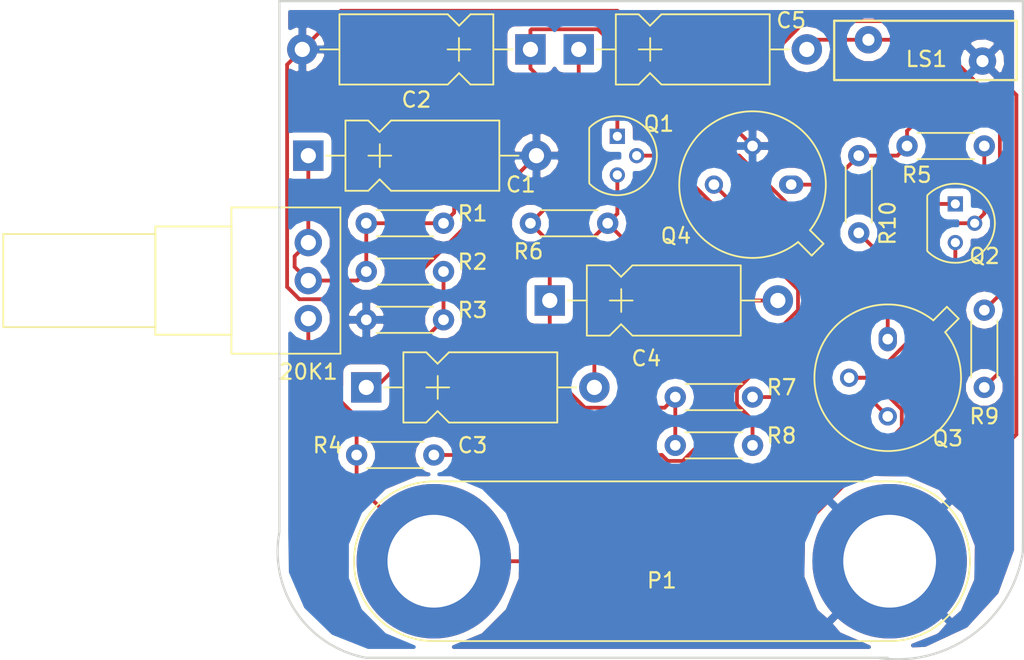
<source format=kicad_pcb>
(kicad_pcb (version 4) (host pcbnew 4.0.5)

  (general
    (links 37)
    (no_connects 0)
    (area 60.804999 77.394999 128.345001 120.822122)
    (thickness 1.6)
    (drawings 9)
    (tracks 115)
    (zones 0)
    (modules 22)
    (nets 13)
  )

  (page A4)
  (title_block
    (title PCB_Final_Project)
    (date 2017-06-03)
    (company "EMİN CAN ÖZDEMİR")
  )

  (layers
    (0 F.Cu signal)
    (31 B.Cu signal)
    (32 B.Adhes user)
    (33 F.Adhes user)
    (34 B.Paste user)
    (35 F.Paste user)
    (36 B.SilkS user)
    (37 F.SilkS user)
    (38 B.Mask user)
    (39 F.Mask user)
    (40 Dwgs.User user)
    (41 Cmts.User user)
    (42 Eco1.User user)
    (43 Eco2.User user)
    (44 Edge.Cuts user)
    (45 Margin user)
    (46 B.CrtYd user)
    (47 F.CrtYd user)
    (48 B.Fab user)
    (49 F.Fab user)
  )

  (setup
    (last_trace_width 0.25)
    (trace_clearance 0.2)
    (zone_clearance 0.508)
    (zone_45_only no)
    (trace_min 0.2)
    (segment_width 0.2)
    (edge_width 0.15)
    (via_size 0.6)
    (via_drill 0.4)
    (via_min_size 0.4)
    (via_min_drill 0.3)
    (uvia_size 0.3)
    (uvia_drill 0.1)
    (uvias_allowed no)
    (uvia_min_size 0.2)
    (uvia_min_drill 0.1)
    (pcb_text_width 0.3)
    (pcb_text_size 1.5 1.5)
    (mod_edge_width 0.15)
    (mod_text_size 1 1)
    (mod_text_width 0.15)
    (pad_size 1.524 1.524)
    (pad_drill 0.762)
    (pad_to_mask_clearance 0.2)
    (aux_axis_origin 0 0)
    (visible_elements 7FFFEFFF)
    (pcbplotparams
      (layerselection 0x010f0_80000001)
      (usegerberextensions false)
      (excludeedgelayer true)
      (linewidth 0.100000)
      (plotframeref false)
      (viasonmask false)
      (mode 1)
      (useauxorigin false)
      (hpglpennumber 1)
      (hpglpenspeed 20)
      (hpglpendiameter 15)
      (hpglpenoverlay 2)
      (psnegative false)
      (psa4output false)
      (plotreference true)
      (plotvalue false)
      (plotinvisibletext false)
      (padsonsilk false)
      (subtractmaskfromsilk false)
      (outputformat 1)
      (mirror false)
      (drillshape 0)
      (scaleselection 1)
      (outputdirectory ""))
  )

  (net 0 "")
  (net 1 +16V)
  (net 2 "Net-(20K1-Pad1)")
  (net 3 GND)
  (net 4 "Net-(C3-Pad1)")
  (net 5 "Net-(C3-Pad2)")
  (net 6 "Net-(C4-Pad1)")
  (net 7 "Net-(C5-Pad2)")
  (net 8 "Net-(Q1-Pad2)")
  (net 9 "Net-(Q2-Pad2)")
  (net 10 "Net-(Q3-Pad3)")
  (net 11 "Net-(Q4-Pad1)")
  (net 12 "Net-(Q4-Pad3)")

  (net_class Default "This is the default net class."
    (clearance 0.2)
    (trace_width 0.25)
    (via_dia 0.6)
    (via_drill 0.4)
    (uvia_dia 0.3)
    (uvia_drill 0.1)
    (add_net +16V)
    (add_net GND)
    (add_net "Net-(20K1-Pad1)")
    (add_net "Net-(C3-Pad1)")
    (add_net "Net-(C3-Pad2)")
    (add_net "Net-(C4-Pad1)")
    (add_net "Net-(C5-Pad2)")
    (add_net "Net-(Q1-Pad2)")
    (add_net "Net-(Q2-Pad2)")
    (add_net "Net-(Q3-Pad3)")
    (add_net "Net-(Q4-Pad1)")
    (add_net "Net-(Q4-Pad3)")
  )

  (net_class power ""
    (clearance 0.5)
    (trace_width 0.3)
    (via_dia 0.6)
    (via_drill 0.4)
    (uvia_dia 0.3)
    (uvia_drill 0.1)
  )

  (module Potentiometers:Potentiometer_Alps_RK097_Single_Vertical (layer F.Cu) (tedit 58826B08) (tstamp 5932CA6F)
    (at 81.28 93.345 180)
    (descr "Potentiometer, vertically mounted, Omeg PC16PU, Omeg PC16PU, Omeg PC16PU, Vishay/Spectrol 248GJ/249GJ Single, Vishay/Spectrol 248GJ/249GJ Single, Vishay/Spectrol 248GJ/249GJ Single, Vishay/Spectrol 248GH/249GH Single, Vishay/Spectrol 148/149 Single, Vishay/Spectrol 148/149 Single, Vishay/Spectrol 148/149 Single, Vishay/Spectrol 148A/149A Single with mounting plates, Vishay/Spectrol 148/149 Double, Vishay/Spectrol 148A/149A Double with mounting plates, Piher PC-16 Single, Piher PC-16 Single, Piher PC-16 Single, Piher PC-16SV Single, Piher PC-16 Double, Piher PC-16 Triple, Piher T16H Single, Piher T16L Single, Piher T16H Double, Alps RK163 Single, Alps RK163 Double, Alps RK097 Single, http://www.alps.com/prod/info/E/HTML/Potentiometer/RotaryPotentiometers/RK097/RK097111080J.html")
    (tags "Potentiometer vertical  Omeg PC16PU  Omeg PC16PU  Omeg PC16PU  Vishay/Spectrol 248GJ/249GJ Single  Vishay/Spectrol 248GJ/249GJ Single  Vishay/Spectrol 248GJ/249GJ Single  Vishay/Spectrol 248GH/249GH Single  Vishay/Spectrol 148/149 Single  Vishay/Spectrol 148/149 Single  Vishay/Spectrol 148/149 Single  Vishay/Spectrol 148A/149A Single with mounting plates  Vishay/Spectrol 148/149 Double  Vishay/Spectrol 148A/149A Double with mounting plates  Piher PC-16 Single  Piher PC-16 Single  Piher PC-16 Single  Piher PC-16SV Single  Piher PC-16 Double  Piher PC-16 Triple  Piher T16H Single  Piher T16L Single  Piher T16H Double  Alps RK163 Single  Alps RK163 Double  Alps RK097 Single")
    (path /592C49CD)
    (fp_text reference 20K1 (at 0 -8.5 180) (layer F.SilkS)
      (effects (font (size 1 1) (thickness 0.15)))
    )
    (fp_text value POT (at 0 3.5 180) (layer F.Fab)
      (effects (font (size 1 1) (thickness 0.15)))
    )
    (fp_line (start -2.05 -7.25) (end -2.05 2.25) (layer F.Fab) (width 0.1))
    (fp_line (start -2.05 2.25) (end 5 2.25) (layer F.Fab) (width 0.1))
    (fp_line (start 5 2.25) (end 5 -7.25) (layer F.Fab) (width 0.1))
    (fp_line (start 5 -7.25) (end -2.05 -7.25) (layer F.Fab) (width 0.1))
    (fp_line (start 5 -6) (end 5 1) (layer F.Fab) (width 0.1))
    (fp_line (start 5 1) (end 10 1) (layer F.Fab) (width 0.1))
    (fp_line (start 10 1) (end 10 -6) (layer F.Fab) (width 0.1))
    (fp_line (start 10 -6) (end 5 -6) (layer F.Fab) (width 0.1))
    (fp_line (start 10 -5.5) (end 10 0.5) (layer F.Fab) (width 0.1))
    (fp_line (start 10 0.5) (end 20 0.5) (layer F.Fab) (width 0.1))
    (fp_line (start 20 0.5) (end 20 -5.5) (layer F.Fab) (width 0.1))
    (fp_line (start 20 -5.5) (end 10 -5.5) (layer F.Fab) (width 0.1))
    (fp_line (start -2.11 -7.31) (end 5.06 -7.31) (layer F.SilkS) (width 0.12))
    (fp_line (start -2.11 2.31) (end 5.06 2.31) (layer F.SilkS) (width 0.12))
    (fp_line (start -2.11 -7.31) (end -2.11 2.31) (layer F.SilkS) (width 0.12))
    (fp_line (start 5.06 -7.31) (end 5.06 2.31) (layer F.SilkS) (width 0.12))
    (fp_line (start 5.06 -6.06) (end 10.06 -6.06) (layer F.SilkS) (width 0.12))
    (fp_line (start 5.06 1.06) (end 10.06 1.06) (layer F.SilkS) (width 0.12))
    (fp_line (start 5.06 -6.06) (end 5.06 1.06) (layer F.SilkS) (width 0.12))
    (fp_line (start 10.06 -6.06) (end 10.06 1.06) (layer F.SilkS) (width 0.12))
    (fp_line (start 10.06 -5.56) (end 20.061 -5.56) (layer F.SilkS) (width 0.12))
    (fp_line (start 10.06 0.56) (end 20.061 0.56) (layer F.SilkS) (width 0.12))
    (fp_line (start 10.06 -5.56) (end 10.06 0.56) (layer F.SilkS) (width 0.12))
    (fp_line (start 20.061 -5.56) (end 20.061 0.56) (layer F.SilkS) (width 0.12))
    (fp_line (start -2.3 -7.5) (end -2.3 2.5) (layer F.CrtYd) (width 0.05))
    (fp_line (start -2.3 2.5) (end 20.25 2.5) (layer F.CrtYd) (width 0.05))
    (fp_line (start 20.25 2.5) (end 20.25 -7.5) (layer F.CrtYd) (width 0.05))
    (fp_line (start 20.25 -7.5) (end -2.3 -7.5) (layer F.CrtYd) (width 0.05))
    (pad 3 thru_hole circle (at 0 -5 180) (size 1.8 1.8) (drill 1) (layers *.Cu *.Mask)
      (net 1 +16V))
    (pad 2 thru_hole circle (at 0 -2.5 180) (size 1.8 1.8) (drill 1) (layers *.Cu *.Mask)
      (net 2 "Net-(20K1-Pad1)"))
    (pad 1 thru_hole circle (at 0 0 180) (size 1.8 1.8) (drill 1) (layers *.Cu *.Mask)
      (net 2 "Net-(20K1-Pad1)"))
    (model Potentiometers.3dshapes/Potentiometer_Alps_RK097_Single_Vertical.wrl
      (at (xyz 0 0 0))
      (scale (xyz 0.393701 0.393701 0.393701))
      (rotate (xyz 0 0 0))
    )
  )

  (module Capacitors_THT:CP_Axial_L10.0mm_D4.5mm_P15.00mm_Horizontal (layer F.Cu) (tedit 5932DCFA) (tstamp 5932CA96)
    (at 81.28 87.63)
    (descr "CP, Axial series, Axial, Horizontal, pin pitch=15mm, , length*diameter=10*4.5mm^2, Electrolytic Capacitor, , http://www.vishay.com/docs/28325/021asm.pdf")
    (tags "CP Axial series Axial Horizontal pin pitch 15mm  length 10mm diameter 4.5mm Electrolytic Capacitor")
    (path /592F0709)
    (fp_text reference C1 (at 13.97 1.905) (layer F.SilkS)
      (effects (font (size 1 1) (thickness 0.15)))
    )
    (fp_text value "10 µF/16V" (at 7.62 1.27) (layer F.Fab)
      (effects (font (size 1 1) (thickness 0.15)))
    )
    (fp_text user %R (at 7.62 -0.635) (layer F.Fab)
      (effects (font (size 1 1) (thickness 0.15)))
    )
    (fp_line (start 2.5 -2.25) (end 2.5 2.25) (layer F.Fab) (width 0.1))
    (fp_line (start 12.5 -2.25) (end 12.5 2.25) (layer F.Fab) (width 0.1))
    (fp_line (start 2.5 -2.25) (end 3.94 -2.25) (layer F.Fab) (width 0.1))
    (fp_line (start 3.94 -2.25) (end 4.69 -1.5) (layer F.Fab) (width 0.1))
    (fp_line (start 4.69 -1.5) (end 5.44 -2.25) (layer F.Fab) (width 0.1))
    (fp_line (start 5.44 -2.25) (end 12.5 -2.25) (layer F.Fab) (width 0.1))
    (fp_line (start 2.5 2.25) (end 3.94 2.25) (layer F.Fab) (width 0.1))
    (fp_line (start 3.94 2.25) (end 4.69 1.5) (layer F.Fab) (width 0.1))
    (fp_line (start 4.69 1.5) (end 5.44 2.25) (layer F.Fab) (width 0.1))
    (fp_line (start 5.44 2.25) (end 12.5 2.25) (layer F.Fab) (width 0.1))
    (fp_line (start 0 0) (end 2.5 0) (layer F.Fab) (width 0.1))
    (fp_line (start 15 0) (end 12.5 0) (layer F.Fab) (width 0.1))
    (fp_line (start 3.95 0) (end 5.45 0) (layer F.Fab) (width 0.1))
    (fp_line (start 4.7 -0.75) (end 4.7 0.75) (layer F.Fab) (width 0.1))
    (fp_line (start 3.95 0) (end 5.45 0) (layer F.SilkS) (width 0.12))
    (fp_line (start 4.7 -0.75) (end 4.7 0.75) (layer F.SilkS) (width 0.12))
    (fp_line (start 2.44 -2.31) (end 2.44 2.31) (layer F.SilkS) (width 0.12))
    (fp_line (start 12.56 -2.31) (end 12.56 2.31) (layer F.SilkS) (width 0.12))
    (fp_line (start 2.44 -2.31) (end 3.94 -2.31) (layer F.SilkS) (width 0.12))
    (fp_line (start 3.94 -2.31) (end 4.69 -1.56) (layer F.SilkS) (width 0.12))
    (fp_line (start 4.69 -1.56) (end 5.44 -2.31) (layer F.SilkS) (width 0.12))
    (fp_line (start 5.44 -2.31) (end 12.56 -2.31) (layer F.SilkS) (width 0.12))
    (fp_line (start 2.44 2.31) (end 3.94 2.31) (layer F.SilkS) (width 0.12))
    (fp_line (start 3.94 2.31) (end 4.69 1.56) (layer F.SilkS) (width 0.12))
    (fp_line (start 4.69 1.56) (end 5.44 2.31) (layer F.SilkS) (width 0.12))
    (fp_line (start 5.44 2.31) (end 12.56 2.31) (layer F.SilkS) (width 0.12))
    (fp_line (start 1.18 0) (end 2.44 0) (layer F.SilkS) (width 0.12))
    (fp_line (start 13.82 0) (end 12.56 0) (layer F.SilkS) (width 0.12))
    (fp_line (start -1.25 -2.6) (end -1.25 2.6) (layer F.CrtYd) (width 0.05))
    (fp_line (start -1.25 2.6) (end 16.25 2.6) (layer F.CrtYd) (width 0.05))
    (fp_line (start 16.25 2.6) (end 16.25 -2.6) (layer F.CrtYd) (width 0.05))
    (fp_line (start 16.25 -2.6) (end -1.25 -2.6) (layer F.CrtYd) (width 0.05))
    (pad 1 thru_hole rect (at 0 0) (size 2 2) (drill 1) (layers *.Cu *.Mask)
      (net 2 "Net-(20K1-Pad1)"))
    (pad 2 thru_hole oval (at 15 0) (size 2 2) (drill 1) (layers *.Cu *.Mask)
      (net 3 GND))
    (model ${KISYS3DMOD}/Capacitors_THT.3dshapes/CP_Axial_L10.0mm_D4.5mm_P15.00mm_Horizontal.wrl
      (at (xyz 0 0 0))
      (scale (xyz 0.393701 0.393701 0.393701))
      (rotate (xyz 0 0 0))
    )
  )

  (module Capacitors_THT:CP_Axial_L10.0mm_D4.5mm_P15.00mm_Horizontal (layer F.Cu) (tedit 5932DD0E) (tstamp 5932CABD)
    (at 95.885 80.645 180)
    (descr "CP, Axial series, Axial, Horizontal, pin pitch=15mm, , length*diameter=10*4.5mm^2, Electrolytic Capacitor, , http://www.vishay.com/docs/28325/021asm.pdf")
    (tags "CP Axial series Axial Horizontal pin pitch 15mm  length 10mm diameter 4.5mm Electrolytic Capacitor")
    (path /592F3111)
    (fp_text reference C2 (at 7.5 -3.31 180) (layer F.SilkS)
      (effects (font (size 1 1) (thickness 0.15)))
    )
    (fp_text value "10 µF/16V" (at 8.89 -1.27 180) (layer F.Fab)
      (effects (font (size 1 1) (thickness 0.15)))
    )
    (fp_text user %R (at 7.62 0.635 180) (layer F.Fab)
      (effects (font (size 1 1) (thickness 0.15)))
    )
    (fp_line (start 2.5 -2.25) (end 2.5 2.25) (layer F.Fab) (width 0.1))
    (fp_line (start 12.5 -2.25) (end 12.5 2.25) (layer F.Fab) (width 0.1))
    (fp_line (start 2.5 -2.25) (end 3.94 -2.25) (layer F.Fab) (width 0.1))
    (fp_line (start 3.94 -2.25) (end 4.69 -1.5) (layer F.Fab) (width 0.1))
    (fp_line (start 4.69 -1.5) (end 5.44 -2.25) (layer F.Fab) (width 0.1))
    (fp_line (start 5.44 -2.25) (end 12.5 -2.25) (layer F.Fab) (width 0.1))
    (fp_line (start 2.5 2.25) (end 3.94 2.25) (layer F.Fab) (width 0.1))
    (fp_line (start 3.94 2.25) (end 4.69 1.5) (layer F.Fab) (width 0.1))
    (fp_line (start 4.69 1.5) (end 5.44 2.25) (layer F.Fab) (width 0.1))
    (fp_line (start 5.44 2.25) (end 12.5 2.25) (layer F.Fab) (width 0.1))
    (fp_line (start 0 0) (end 2.5 0) (layer F.Fab) (width 0.1))
    (fp_line (start 15 0) (end 12.5 0) (layer F.Fab) (width 0.1))
    (fp_line (start 3.95 0) (end 5.45 0) (layer F.Fab) (width 0.1))
    (fp_line (start 4.7 -0.75) (end 4.7 0.75) (layer F.Fab) (width 0.1))
    (fp_line (start 3.95 0) (end 5.45 0) (layer F.SilkS) (width 0.12))
    (fp_line (start 4.7 -0.75) (end 4.7 0.75) (layer F.SilkS) (width 0.12))
    (fp_line (start 2.44 -2.31) (end 2.44 2.31) (layer F.SilkS) (width 0.12))
    (fp_line (start 12.56 -2.31) (end 12.56 2.31) (layer F.SilkS) (width 0.12))
    (fp_line (start 2.44 -2.31) (end 3.94 -2.31) (layer F.SilkS) (width 0.12))
    (fp_line (start 3.94 -2.31) (end 4.69 -1.56) (layer F.SilkS) (width 0.12))
    (fp_line (start 4.69 -1.56) (end 5.44 -2.31) (layer F.SilkS) (width 0.12))
    (fp_line (start 5.44 -2.31) (end 12.56 -2.31) (layer F.SilkS) (width 0.12))
    (fp_line (start 2.44 2.31) (end 3.94 2.31) (layer F.SilkS) (width 0.12))
    (fp_line (start 3.94 2.31) (end 4.69 1.56) (layer F.SilkS) (width 0.12))
    (fp_line (start 4.69 1.56) (end 5.44 2.31) (layer F.SilkS) (width 0.12))
    (fp_line (start 5.44 2.31) (end 12.56 2.31) (layer F.SilkS) (width 0.12))
    (fp_line (start 1.18 0) (end 2.44 0) (layer F.SilkS) (width 0.12))
    (fp_line (start 13.82 0) (end 12.56 0) (layer F.SilkS) (width 0.12))
    (fp_line (start -1.25 -2.6) (end -1.25 2.6) (layer F.CrtYd) (width 0.05))
    (fp_line (start -1.25 2.6) (end 16.25 2.6) (layer F.CrtYd) (width 0.05))
    (fp_line (start 16.25 2.6) (end 16.25 -2.6) (layer F.CrtYd) (width 0.05))
    (fp_line (start 16.25 -2.6) (end -1.25 -2.6) (layer F.CrtYd) (width 0.05))
    (pad 1 thru_hole rect (at 0 0 180) (size 2 2) (drill 1) (layers *.Cu *.Mask)
      (net 2 "Net-(20K1-Pad1)"))
    (pad 2 thru_hole oval (at 15 0 180) (size 2 2) (drill 1) (layers *.Cu *.Mask)
      (net 3 GND))
    (model ${KISYS3DMOD}/Capacitors_THT.3dshapes/CP_Axial_L10.0mm_D4.5mm_P15.00mm_Horizontal.wrl
      (at (xyz 0 0 0))
      (scale (xyz 0.393701 0.393701 0.393701))
      (rotate (xyz 0 0 0))
    )
  )

  (module Capacitors_THT:CP_Axial_L10.0mm_D4.5mm_P15.00mm_Horizontal (layer F.Cu) (tedit 5932D10D) (tstamp 5932CAE4)
    (at 85.09 102.87)
    (descr "CP, Axial series, Axial, Horizontal, pin pitch=15mm, , length*diameter=10*4.5mm^2, Electrolytic Capacitor, , http://www.vishay.com/docs/28325/021asm.pdf")
    (tags "CP Axial series Axial Horizontal pin pitch 15mm  length 10mm diameter 4.5mm Electrolytic Capacitor")
    (path /592F7932)
    (fp_text reference C3 (at 6.985 3.81) (layer F.SilkS)
      (effects (font (size 1 1) (thickness 0.15)))
    )
    (fp_text value "100 µF/12V" (at 12.7 3.81) (layer F.Fab)
      (effects (font (size 1 1) (thickness 0.15)))
    )
    (fp_text user %R (at 7.5 0) (layer F.Fab)
      (effects (font (size 1 1) (thickness 0.15)))
    )
    (fp_line (start 2.5 -2.25) (end 2.5 2.25) (layer F.Fab) (width 0.1))
    (fp_line (start 12.5 -2.25) (end 12.5 2.25) (layer F.Fab) (width 0.1))
    (fp_line (start 2.5 -2.25) (end 3.94 -2.25) (layer F.Fab) (width 0.1))
    (fp_line (start 3.94 -2.25) (end 4.69 -1.5) (layer F.Fab) (width 0.1))
    (fp_line (start 4.69 -1.5) (end 5.44 -2.25) (layer F.Fab) (width 0.1))
    (fp_line (start 5.44 -2.25) (end 12.5 -2.25) (layer F.Fab) (width 0.1))
    (fp_line (start 2.5 2.25) (end 3.94 2.25) (layer F.Fab) (width 0.1))
    (fp_line (start 3.94 2.25) (end 4.69 1.5) (layer F.Fab) (width 0.1))
    (fp_line (start 4.69 1.5) (end 5.44 2.25) (layer F.Fab) (width 0.1))
    (fp_line (start 5.44 2.25) (end 12.5 2.25) (layer F.Fab) (width 0.1))
    (fp_line (start 0 0) (end 2.5 0) (layer F.Fab) (width 0.1))
    (fp_line (start 15 0) (end 12.5 0) (layer F.Fab) (width 0.1))
    (fp_line (start 3.95 0) (end 5.45 0) (layer F.Fab) (width 0.1))
    (fp_line (start 4.7 -0.75) (end 4.7 0.75) (layer F.Fab) (width 0.1))
    (fp_line (start 3.95 0) (end 5.45 0) (layer F.SilkS) (width 0.12))
    (fp_line (start 4.7 -0.75) (end 4.7 0.75) (layer F.SilkS) (width 0.12))
    (fp_line (start 2.44 -2.31) (end 2.44 2.31) (layer F.SilkS) (width 0.12))
    (fp_line (start 12.56 -2.31) (end 12.56 2.31) (layer F.SilkS) (width 0.12))
    (fp_line (start 2.44 -2.31) (end 3.94 -2.31) (layer F.SilkS) (width 0.12))
    (fp_line (start 3.94 -2.31) (end 4.69 -1.56) (layer F.SilkS) (width 0.12))
    (fp_line (start 4.69 -1.56) (end 5.44 -2.31) (layer F.SilkS) (width 0.12))
    (fp_line (start 5.44 -2.31) (end 12.56 -2.31) (layer F.SilkS) (width 0.12))
    (fp_line (start 2.44 2.31) (end 3.94 2.31) (layer F.SilkS) (width 0.12))
    (fp_line (start 3.94 2.31) (end 4.69 1.56) (layer F.SilkS) (width 0.12))
    (fp_line (start 4.69 1.56) (end 5.44 2.31) (layer F.SilkS) (width 0.12))
    (fp_line (start 5.44 2.31) (end 12.56 2.31) (layer F.SilkS) (width 0.12))
    (fp_line (start 1.18 0) (end 2.44 0) (layer F.SilkS) (width 0.12))
    (fp_line (start 13.82 0) (end 12.56 0) (layer F.SilkS) (width 0.12))
    (fp_line (start -1.25 -2.6) (end -1.25 2.6) (layer F.CrtYd) (width 0.05))
    (fp_line (start -1.25 2.6) (end 16.25 2.6) (layer F.CrtYd) (width 0.05))
    (fp_line (start 16.25 2.6) (end 16.25 -2.6) (layer F.CrtYd) (width 0.05))
    (fp_line (start 16.25 -2.6) (end -1.25 -2.6) (layer F.CrtYd) (width 0.05))
    (pad 1 thru_hole rect (at 0 0) (size 2 2) (drill 1) (layers *.Cu *.Mask)
      (net 4 "Net-(C3-Pad1)"))
    (pad 2 thru_hole oval (at 15 0) (size 2 2) (drill 1) (layers *.Cu *.Mask)
      (net 5 "Net-(C3-Pad2)"))
    (model ${KISYS3DMOD}/Capacitors_THT.3dshapes/CP_Axial_L10.0mm_D4.5mm_P15.00mm_Horizontal.wrl
      (at (xyz 0 0 0))
      (scale (xyz 0.393701 0.393701 0.393701))
      (rotate (xyz 0 0 0))
    )
  )

  (module Capacitors_THT:CP_Axial_L10.0mm_D4.5mm_P15.00mm_Horizontal (layer F.Cu) (tedit 5932D123) (tstamp 5932CB0B)
    (at 97.155 97.155)
    (descr "CP, Axial series, Axial, Horizontal, pin pitch=15mm, , length*diameter=10*4.5mm^2, Electrolytic Capacitor, , http://www.vishay.com/docs/28325/021asm.pdf")
    (tags "CP Axial series Axial Horizontal pin pitch 15mm  length 10mm diameter 4.5mm Electrolytic Capacitor")
    (path /592F6A1D)
    (fp_text reference C4 (at 6.35 3.81) (layer F.SilkS)
      (effects (font (size 1 1) (thickness 0.15)))
    )
    (fp_text value 2.2kPF (at 10.795 3.81) (layer F.Fab)
      (effects (font (size 1 1) (thickness 0.15)))
    )
    (fp_text user %R (at 7.5 0) (layer F.Fab)
      (effects (font (size 1 1) (thickness 0.15)))
    )
    (fp_line (start 2.5 -2.25) (end 2.5 2.25) (layer F.Fab) (width 0.1))
    (fp_line (start 12.5 -2.25) (end 12.5 2.25) (layer F.Fab) (width 0.1))
    (fp_line (start 2.5 -2.25) (end 3.94 -2.25) (layer F.Fab) (width 0.1))
    (fp_line (start 3.94 -2.25) (end 4.69 -1.5) (layer F.Fab) (width 0.1))
    (fp_line (start 4.69 -1.5) (end 5.44 -2.25) (layer F.Fab) (width 0.1))
    (fp_line (start 5.44 -2.25) (end 12.5 -2.25) (layer F.Fab) (width 0.1))
    (fp_line (start 2.5 2.25) (end 3.94 2.25) (layer F.Fab) (width 0.1))
    (fp_line (start 3.94 2.25) (end 4.69 1.5) (layer F.Fab) (width 0.1))
    (fp_line (start 4.69 1.5) (end 5.44 2.25) (layer F.Fab) (width 0.1))
    (fp_line (start 5.44 2.25) (end 12.5 2.25) (layer F.Fab) (width 0.1))
    (fp_line (start 0 0) (end 2.5 0) (layer F.Fab) (width 0.1))
    (fp_line (start 15 0) (end 12.5 0) (layer F.Fab) (width 0.1))
    (fp_line (start 3.95 0) (end 5.45 0) (layer F.Fab) (width 0.1))
    (fp_line (start 4.7 -0.75) (end 4.7 0.75) (layer F.Fab) (width 0.1))
    (fp_line (start 3.95 0) (end 5.45 0) (layer F.SilkS) (width 0.12))
    (fp_line (start 4.7 -0.75) (end 4.7 0.75) (layer F.SilkS) (width 0.12))
    (fp_line (start 2.44 -2.31) (end 2.44 2.31) (layer F.SilkS) (width 0.12))
    (fp_line (start 12.56 -2.31) (end 12.56 2.31) (layer F.SilkS) (width 0.12))
    (fp_line (start 2.44 -2.31) (end 3.94 -2.31) (layer F.SilkS) (width 0.12))
    (fp_line (start 3.94 -2.31) (end 4.69 -1.56) (layer F.SilkS) (width 0.12))
    (fp_line (start 4.69 -1.56) (end 5.44 -2.31) (layer F.SilkS) (width 0.12))
    (fp_line (start 5.44 -2.31) (end 12.56 -2.31) (layer F.SilkS) (width 0.12))
    (fp_line (start 2.44 2.31) (end 3.94 2.31) (layer F.SilkS) (width 0.12))
    (fp_line (start 3.94 2.31) (end 4.69 1.56) (layer F.SilkS) (width 0.12))
    (fp_line (start 4.69 1.56) (end 5.44 2.31) (layer F.SilkS) (width 0.12))
    (fp_line (start 5.44 2.31) (end 12.56 2.31) (layer F.SilkS) (width 0.12))
    (fp_line (start 1.18 0) (end 2.44 0) (layer F.SilkS) (width 0.12))
    (fp_line (start 13.82 0) (end 12.56 0) (layer F.SilkS) (width 0.12))
    (fp_line (start -1.25 -2.6) (end -1.25 2.6) (layer F.CrtYd) (width 0.05))
    (fp_line (start -1.25 2.6) (end 16.25 2.6) (layer F.CrtYd) (width 0.05))
    (fp_line (start 16.25 2.6) (end 16.25 -2.6) (layer F.CrtYd) (width 0.05))
    (fp_line (start 16.25 -2.6) (end -1.25 -2.6) (layer F.CrtYd) (width 0.05))
    (pad 1 thru_hole rect (at 0 0) (size 2 2) (drill 1) (layers *.Cu *.Mask)
      (net 6 "Net-(C4-Pad1)"))
    (pad 2 thru_hole oval (at 15 0) (size 2 2) (drill 1) (layers *.Cu *.Mask)
      (net 5 "Net-(C3-Pad2)"))
    (model ${KISYS3DMOD}/Capacitors_THT.3dshapes/CP_Axial_L10.0mm_D4.5mm_P15.00mm_Horizontal.wrl
      (at (xyz 0 0 0))
      (scale (xyz 0.393701 0.393701 0.393701))
      (rotate (xyz 0 0 0))
    )
  )

  (module Capacitors_THT:CP_Axial_L10.0mm_D4.5mm_P15.00mm_Horizontal (layer F.Cu) (tedit 5932DD13) (tstamp 5932CB32)
    (at 99.06 80.645)
    (descr "CP, Axial series, Axial, Horizontal, pin pitch=15mm, , length*diameter=10*4.5mm^2, Electrolytic Capacitor, , http://www.vishay.com/docs/28325/021asm.pdf")
    (tags "CP Axial series Axial Horizontal pin pitch 15mm  length 10mm diameter 4.5mm Electrolytic Capacitor")
    (path /592EE9BD)
    (fp_text reference C5 (at 13.97 -1.905) (layer F.SilkS)
      (effects (font (size 1 1) (thickness 0.15)))
    )
    (fp_text value "500 µF/12V" (at 9.525 1.27) (layer F.Fab)
      (effects (font (size 1 1) (thickness 0.15)))
    )
    (fp_text user %R (at 8.255 -0.635) (layer F.Fab)
      (effects (font (size 1 1) (thickness 0.15)))
    )
    (fp_line (start 2.5 -2.25) (end 2.5 2.25) (layer F.Fab) (width 0.1))
    (fp_line (start 12.5 -2.25) (end 12.5 2.25) (layer F.Fab) (width 0.1))
    (fp_line (start 2.5 -2.25) (end 3.94 -2.25) (layer F.Fab) (width 0.1))
    (fp_line (start 3.94 -2.25) (end 4.69 -1.5) (layer F.Fab) (width 0.1))
    (fp_line (start 4.69 -1.5) (end 5.44 -2.25) (layer F.Fab) (width 0.1))
    (fp_line (start 5.44 -2.25) (end 12.5 -2.25) (layer F.Fab) (width 0.1))
    (fp_line (start 2.5 2.25) (end 3.94 2.25) (layer F.Fab) (width 0.1))
    (fp_line (start 3.94 2.25) (end 4.69 1.5) (layer F.Fab) (width 0.1))
    (fp_line (start 4.69 1.5) (end 5.44 2.25) (layer F.Fab) (width 0.1))
    (fp_line (start 5.44 2.25) (end 12.5 2.25) (layer F.Fab) (width 0.1))
    (fp_line (start 0 0) (end 2.5 0) (layer F.Fab) (width 0.1))
    (fp_line (start 15 0) (end 12.5 0) (layer F.Fab) (width 0.1))
    (fp_line (start 3.95 0) (end 5.45 0) (layer F.Fab) (width 0.1))
    (fp_line (start 4.7 -0.75) (end 4.7 0.75) (layer F.Fab) (width 0.1))
    (fp_line (start 3.95 0) (end 5.45 0) (layer F.SilkS) (width 0.12))
    (fp_line (start 4.7 -0.75) (end 4.7 0.75) (layer F.SilkS) (width 0.12))
    (fp_line (start 2.44 -2.31) (end 2.44 2.31) (layer F.SilkS) (width 0.12))
    (fp_line (start 12.56 -2.31) (end 12.56 2.31) (layer F.SilkS) (width 0.12))
    (fp_line (start 2.44 -2.31) (end 3.94 -2.31) (layer F.SilkS) (width 0.12))
    (fp_line (start 3.94 -2.31) (end 4.69 -1.56) (layer F.SilkS) (width 0.12))
    (fp_line (start 4.69 -1.56) (end 5.44 -2.31) (layer F.SilkS) (width 0.12))
    (fp_line (start 5.44 -2.31) (end 12.56 -2.31) (layer F.SilkS) (width 0.12))
    (fp_line (start 2.44 2.31) (end 3.94 2.31) (layer F.SilkS) (width 0.12))
    (fp_line (start 3.94 2.31) (end 4.69 1.56) (layer F.SilkS) (width 0.12))
    (fp_line (start 4.69 1.56) (end 5.44 2.31) (layer F.SilkS) (width 0.12))
    (fp_line (start 5.44 2.31) (end 12.56 2.31) (layer F.SilkS) (width 0.12))
    (fp_line (start 1.18 0) (end 2.44 0) (layer F.SilkS) (width 0.12))
    (fp_line (start 13.82 0) (end 12.56 0) (layer F.SilkS) (width 0.12))
    (fp_line (start -1.25 -2.6) (end -1.25 2.6) (layer F.CrtYd) (width 0.05))
    (fp_line (start -1.25 2.6) (end 16.25 2.6) (layer F.CrtYd) (width 0.05))
    (fp_line (start 16.25 2.6) (end 16.25 -2.6) (layer F.CrtYd) (width 0.05))
    (fp_line (start 16.25 -2.6) (end -1.25 -2.6) (layer F.CrtYd) (width 0.05))
    (pad 1 thru_hole rect (at 0 0) (size 2 2) (drill 1) (layers *.Cu *.Mask)
      (net 6 "Net-(C4-Pad1)"))
    (pad 2 thru_hole oval (at 15 0) (size 2 2) (drill 1) (layers *.Cu *.Mask)
      (net 7 "Net-(C5-Pad2)"))
    (model ${KISYS3DMOD}/Capacitors_THT.3dshapes/CP_Axial_L10.0mm_D4.5mm_P15.00mm_Horizontal.wrl
      (at (xyz 0 0 0))
      (scale (xyz 0.393701 0.393701 0.393701))
      (rotate (xyz 0 0 0))
    )
  )

  (module Varistors:RV_Disc_D12_W3.9_P7.5 (layer F.Cu) (tedit 5932DD1A) (tstamp 5932CB40)
    (at 118.11 80.01)
    (tags "varistor SIOV")
    (path /592C60DF)
    (fp_text reference LS1 (at 3.81 1.27) (layer F.SilkS)
      (effects (font (size 1 1) (thickness 0.15)))
    )
    (fp_text value Speaker (at 4.445 -0.635) (layer F.Fab)
      (effects (font (size 1 1) (thickness 0.15)))
    )
    (fp_line (start -2.5 2.9) (end 10 2.9) (layer F.CrtYd) (width 0.05))
    (fp_line (start -2.5 -1.5) (end 10 -1.5) (layer F.CrtYd) (width 0.05))
    (fp_line (start 10 -1.5) (end 10 2.9) (layer F.CrtYd) (width 0.05))
    (fp_line (start -2.5 -1.5) (end -2.5 2.9) (layer F.CrtYd) (width 0.05))
    (fp_line (start -2.25 2.65) (end 9.75 2.65) (layer F.SilkS) (width 0.15))
    (fp_line (start -2.25 -1.25) (end 9.75 -1.25) (layer F.SilkS) (width 0.15))
    (fp_line (start 9.75 -1.25) (end 9.75 2.65) (layer F.SilkS) (width 0.15))
    (fp_line (start -2.25 -1.25) (end -2.25 2.65) (layer F.SilkS) (width 0.15))
    (pad 1 thru_hole circle (at 0 0) (size 1.8 1.8) (drill 0.8) (layers *.Cu *.Mask)
      (net 7 "Net-(C5-Pad2)"))
    (pad 2 thru_hole circle (at 7.5 1.4) (size 1.8 1.8) (drill 0.8) (layers *.Cu *.Mask)
      (net 3 GND))
  )

  (module Connectors:Banana_Jack_2Pin (layer F.Cu) (tedit 58613A91) (tstamp 5932CB52)
    (at 89.535 114.3)
    (descr "Dual banana socket, footprint - 2 x 6mm drills")
    (tags "banana socket")
    (path /5930219A)
    (fp_text reference P1 (at 14.99 1.27) (layer F.SilkS)
      (effects (font (size 1 1) (thickness 0.15)))
    )
    (fp_text value Power_Con (at 14.99 -1.27) (layer F.Fab)
      (effects (font (size 1 1) (thickness 0.15)))
    )
    (fp_line (start 30 -5.5) (end 0 -5.5) (layer F.CrtYd) (width 0.05))
    (fp_line (start 0 5.5) (end 30 5.5) (layer F.CrtYd) (width 0.05))
    (fp_line (start 0 5.25) (end 30 5.25) (layer F.SilkS) (width 0.12))
    (fp_line (start 30 -5.25) (end 0 -5.25) (layer F.SilkS) (width 0.12))
    (fp_circle (center 30 0) (end 32 0) (layer F.Fab) (width 0.1))
    (fp_circle (center 0 0) (end 2 0) (layer F.Fab) (width 0.1))
    (fp_circle (center 0 0) (end 4.75 0) (layer F.Fab) (width 0.1))
    (fp_circle (center 30 0) (end 34.75 0) (layer F.Fab) (width 0.1))
    (fp_arc (start 0 0) (end 0 5.5) (angle 180) (layer F.CrtYd) (width 0.05))
    (fp_arc (start 30 0) (end 30 -5.5) (angle 180) (layer F.CrtYd) (width 0.05))
    (fp_arc (start 30 0) (end 30 -5.25) (angle 180) (layer F.SilkS) (width 0.12))
    (fp_arc (start 0 0) (end 0 5.25) (angle 180) (layer F.SilkS) (width 0.12))
    (pad 1 thru_hole circle (at 0 0) (size 10.16 10.16) (drill 6.1) (layers *.Cu *.Mask)
      (net 1 +16V))
    (pad 2 thru_hole circle (at 29.97 0) (size 10.16 10.16) (drill 6.1) (layers *.Cu *.Mask)
      (net 3 GND))
    (model Connectors.3dshapes/Banana_Jack_2Pin.wrl
      (at (xyz 0.59 0 0))
      (scale (xyz 2 2 2))
      (rotate (xyz 0 0 0))
    )
  )

  (module TO_SOT_Packages_THT:TO-92_Molded_Narrow (layer F.Cu) (tedit 5932DD01) (tstamp 5932CB64)
    (at 101.6 86.36 270)
    (descr "TO-92 leads molded, narrow, drill 0.6mm (see NXP sot054_po.pdf)")
    (tags "to-92 sc-43 sc-43a sot54 PA33 transistor")
    (path /592ED3B6)
    (fp_text reference Q1 (at -0.82296 -2.72542 540) (layer F.SilkS)
      (effects (font (size 1 1) (thickness 0.15)))
    )
    (fp_text value BC148 (at -2.1082 -0.56134 360) (layer F.Fab)
      (effects (font (size 1 1) (thickness 0.15)))
    )
    (fp_text user %R (at 4.02844 -2.14122 360) (layer F.Fab)
      (effects (font (size 1 1) (thickness 0.15)))
    )
    (fp_line (start -0.53 1.85) (end 3.07 1.85) (layer F.SilkS) (width 0.12))
    (fp_line (start -0.5 1.75) (end 3 1.75) (layer F.Fab) (width 0.1))
    (fp_line (start -1.46 -2.73) (end 4 -2.73) (layer F.CrtYd) (width 0.05))
    (fp_line (start -1.46 -2.73) (end -1.46 2.01) (layer F.CrtYd) (width 0.05))
    (fp_line (start 4 2.01) (end 4 -2.73) (layer F.CrtYd) (width 0.05))
    (fp_line (start 4 2.01) (end -1.46 2.01) (layer F.CrtYd) (width 0.05))
    (fp_arc (start 1.27 0) (end 1.27 -2.48) (angle 135) (layer F.Fab) (width 0.1))
    (fp_arc (start 1.27 0) (end 1.27 -2.6) (angle -135) (layer F.SilkS) (width 0.12))
    (fp_arc (start 1.27 0) (end 1.27 -2.48) (angle -135) (layer F.Fab) (width 0.1))
    (fp_arc (start 1.27 0) (end 1.27 -2.6) (angle 135) (layer F.SilkS) (width 0.12))
    (pad 2 thru_hole circle (at 1.27 -1.27) (size 1 1) (drill 0.6) (layers *.Cu *.Mask)
      (net 8 "Net-(Q1-Pad2)"))
    (pad 3 thru_hole circle (at 2.54 0) (size 1 1) (drill 0.6) (layers *.Cu *.Mask)
      (net 5 "Net-(C3-Pad2)"))
    (pad 1 thru_hole rect (at 0 0) (size 1 1) (drill 0.6) (layers *.Cu *.Mask)
      (net 2 "Net-(20K1-Pad1)"))
    (model ${KISYS3DMOD}/TO_SOT_Packages_THT.3dshapes/TO-92_Molded_Narrow.wrl
      (at (xyz 0.05 0 0))
      (scale (xyz 1 1 1))
      (rotate (xyz 0 0 -90))
    )
  )

  (module TO_SOT_Packages_THT:TO-92_Molded_Narrow (layer F.Cu) (tedit 5932E132) (tstamp 5932CB76)
    (at 123.825 90.805 270)
    (descr "TO-92 leads molded, narrow, drill 0.6mm (see NXP sot054_po.pdf)")
    (tags "to-92 sc-43 sc-43a sot54 PA33 transistor")
    (path /592ED2A9)
    (fp_text reference Q2 (at 3.429 -1.9177 360) (layer F.SilkS)
      (effects (font (size 1 1) (thickness 0.15)))
    )
    (fp_text value BC158 (at 4.84124 -0.127 360) (layer F.Fab)
      (effects (font (size 1 1) (thickness 0.15)))
    )
    (fp_text user %R (at 3.37566 2.47142 360) (layer F.Fab)
      (effects (font (size 1 1) (thickness 0.15)))
    )
    (fp_line (start -0.53 1.85) (end 3.07 1.85) (layer F.SilkS) (width 0.12))
    (fp_line (start -0.5 1.75) (end 3 1.75) (layer F.Fab) (width 0.1))
    (fp_line (start -1.46 -2.73) (end 4 -2.73) (layer F.CrtYd) (width 0.05))
    (fp_line (start -1.46 -2.73) (end -1.46 2.01) (layer F.CrtYd) (width 0.05))
    (fp_line (start 4 2.01) (end 4 -2.73) (layer F.CrtYd) (width 0.05))
    (fp_line (start 4 2.01) (end -1.46 2.01) (layer F.CrtYd) (width 0.05))
    (fp_arc (start 1.27 0) (end 1.27 -2.48) (angle 135) (layer F.Fab) (width 0.1))
    (fp_arc (start 1.27 0) (end 1.27 -2.6) (angle -135) (layer F.SilkS) (width 0.12))
    (fp_arc (start 1.27 0) (end 1.27 -2.48) (angle -135) (layer F.Fab) (width 0.1))
    (fp_arc (start 1.27 0) (end 1.27 -2.6) (angle 135) (layer F.SilkS) (width 0.12))
    (pad 2 thru_hole circle (at 1.27 -1.27) (size 1 1) (drill 0.6) (layers *.Cu *.Mask)
      (net 9 "Net-(Q2-Pad2)"))
    (pad 3 thru_hole circle (at 2.54 0) (size 1 1) (drill 0.6) (layers *.Cu *.Mask)
      (net 1 +16V))
    (pad 1 thru_hole rect (at 0 0) (size 1 1) (drill 0.6) (layers *.Cu *.Mask)
      (net 8 "Net-(Q1-Pad2)"))
    (model ${KISYS3DMOD}/TO_SOT_Packages_THT.3dshapes/TO-92_Molded_Narrow.wrl
      (at (xyz 0.05 0 0))
      (scale (xyz 1 1 1))
      (rotate (xyz 0 0 -90))
    )
  )

  (module TO_SOT_Packages_THT:TO-11-3 (layer F.Cu) (tedit 5932D7CB) (tstamp 5932CB8B)
    (at 119.38 99.695 270)
    (descr TO-11-3)
    (tags TO-11-3)
    (path /592ED792)
    (fp_text reference Q3 (at 6.53288 -3.94462 360) (layer F.SilkS)
      (effects (font (size 1 1) (thickness 0.15)))
    )
    (fp_text value AC187 (at 8.10768 1.80086 360) (layer F.Fab)
      (effects (font (size 1 1) (thickness 0.15)))
    )
    (fp_text user %R (at 8.15848 -2.77622 360) (layer F.Fab)
      (effects (font (size 1 1) (thickness 0.15)))
    )
    (fp_line (start -0.465408 -3.61352) (end -1.27151 -4.419621) (layer F.Fab) (width 0.1))
    (fp_line (start -1.27151 -4.419621) (end -1.879621 -3.81151) (layer F.Fab) (width 0.1))
    (fp_line (start -1.879621 -3.81151) (end -1.07352 -3.005408) (layer F.Fab) (width 0.1))
    (fp_line (start -0.457084 -3.774902) (end -1.348039 -4.665856) (layer F.SilkS) (width 0.12))
    (fp_line (start -1.348039 -4.665856) (end -2.125856 -3.888039) (layer F.SilkS) (width 0.12))
    (fp_line (start -2.125856 -3.888039) (end -1.234902 -2.997084) (layer F.SilkS) (width 0.12))
    (fp_line (start -2.41 -4.95) (end -2.41 4.95) (layer F.CrtYd) (width 0.05))
    (fp_line (start -2.41 4.95) (end 7.49 4.95) (layer F.CrtYd) (width 0.05))
    (fp_line (start 7.49 4.95) (end 7.49 -4.95) (layer F.CrtYd) (width 0.05))
    (fp_line (start 7.49 -4.95) (end -2.41 -4.95) (layer F.CrtYd) (width 0.05))
    (fp_circle (center 2.54 0) (end 6.79 0) (layer F.Fab) (width 0.1))
    (fp_arc (start 2.54 0) (end -0.465408 -3.61352) (angle 349.5) (layer F.Fab) (width 0.1))
    (fp_arc (start 2.54 0) (end -0.457084 -3.774902) (angle 346.9) (layer F.SilkS) (width 0.12))
    (pad 1 thru_hole oval (at 0 0 270) (size 1.6 1.2) (drill 0.7) (layers *.Cu *.Mask)
      (net 9 "Net-(Q2-Pad2)"))
    (pad 2 thru_hole oval (at 2.54 2.54 270) (size 1.2 1.2) (drill 0.7) (layers *.Cu *.Mask)
      (net 1 +16V))
    (pad 3 thru_hole oval (at 5.08 0 270) (size 1.2 1.2) (drill 0.7) (layers *.Cu *.Mask)
      (net 10 "Net-(Q3-Pad3)"))
    (model ${KISYS3DMOD}/TO_SOT_Packages_THT.3dshapes/TO-11-3.wrl
      (at (xyz 0 0 0))
      (scale (xyz 0.393701 0.393701 0.393701))
      (rotate (xyz 0 0 0))
    )
  )

  (module TO_SOT_Packages_THT:TO-11-3 (layer F.Cu) (tedit 5932D7A8) (tstamp 5932CBA0)
    (at 113.03 89.535 180)
    (descr TO-11-3)
    (tags TO-11-3)
    (path /592ED8A1)
    (fp_text reference Q4 (at 7.57936 -3.37058 180) (layer F.SilkS)
      (effects (font (size 1 1) (thickness 0.15)))
    )
    (fp_text value AC188 (at -0.14986 5.27812 180) (layer F.Fab)
      (effects (font (size 1 1) (thickness 0.15)))
    )
    (fp_text user %R (at -2.0574 3.74142 180) (layer F.Fab)
      (effects (font (size 1 1) (thickness 0.15)))
    )
    (fp_line (start -0.465408 -3.61352) (end -1.27151 -4.419621) (layer F.Fab) (width 0.1))
    (fp_line (start -1.27151 -4.419621) (end -1.879621 -3.81151) (layer F.Fab) (width 0.1))
    (fp_line (start -1.879621 -3.81151) (end -1.07352 -3.005408) (layer F.Fab) (width 0.1))
    (fp_line (start -0.457084 -3.774902) (end -1.348039 -4.665856) (layer F.SilkS) (width 0.12))
    (fp_line (start -1.348039 -4.665856) (end -2.125856 -3.888039) (layer F.SilkS) (width 0.12))
    (fp_line (start -2.125856 -3.888039) (end -1.234902 -2.997084) (layer F.SilkS) (width 0.12))
    (fp_line (start -2.41 -4.95) (end -2.41 4.95) (layer F.CrtYd) (width 0.05))
    (fp_line (start -2.41 4.95) (end 7.49 4.95) (layer F.CrtYd) (width 0.05))
    (fp_line (start 7.49 4.95) (end 7.49 -4.95) (layer F.CrtYd) (width 0.05))
    (fp_line (start 7.49 -4.95) (end -2.41 -4.95) (layer F.CrtYd) (width 0.05))
    (fp_circle (center 2.54 0) (end 6.79 0) (layer F.Fab) (width 0.1))
    (fp_arc (start 2.54 0) (end -0.465408 -3.61352) (angle 349.5) (layer F.Fab) (width 0.1))
    (fp_arc (start 2.54 0) (end -0.457084 -3.774902) (angle 346.9) (layer F.SilkS) (width 0.12))
    (pad 1 thru_hole oval (at 0 0 180) (size 1.6 1.2) (drill 0.7) (layers *.Cu *.Mask)
      (net 11 "Net-(Q4-Pad1)"))
    (pad 2 thru_hole oval (at 2.54 2.54 180) (size 1.2 1.2) (drill 0.7) (layers *.Cu *.Mask)
      (net 3 GND))
    (pad 3 thru_hole oval (at 5.08 0 180) (size 1.2 1.2) (drill 0.7) (layers *.Cu *.Mask)
      (net 12 "Net-(Q4-Pad3)"))
    (model ${KISYS3DMOD}/TO_SOT_Packages_THT.3dshapes/TO-11-3.wrl
      (at (xyz 0 0 0))
      (scale (xyz 0.393701 0.393701 0.393701))
      (rotate (xyz 0 0 0))
    )
  )

  (module Resistors_THT:R_Axial_DIN0204_L3.6mm_D1.6mm_P5.08mm_Horizontal (layer F.Cu) (tedit 5932CDA1) (tstamp 5932CBB2)
    (at 85.09 92.075)
    (descr "Resistor, Axial_DIN0204 series, Axial, Horizontal, pin pitch=5.08mm, 0.16666666666666666W = 1/6W, length*diameter=3.6*1.6mm^2, http://cdn-reichelt.de/documents/datenblatt/B400/1_4W%23YAG.pdf")
    (tags "Resistor Axial_DIN0204 series Axial Horizontal pin pitch 5.08mm 0.16666666666666666W = 1/6W length 3.6mm diameter 1.6mm")
    (path /592F4DCE)
    (fp_text reference R1 (at 6.985 -0.635) (layer F.SilkS)
      (effects (font (size 1 1) (thickness 0.15)))
    )
    (fp_text value 27K (at 7.62 0.635) (layer F.Fab)
      (effects (font (size 1 1) (thickness 0.15)))
    )
    (fp_line (start 0.74 -0.8) (end 0.74 0.8) (layer F.Fab) (width 0.1))
    (fp_line (start 0.74 0.8) (end 4.34 0.8) (layer F.Fab) (width 0.1))
    (fp_line (start 4.34 0.8) (end 4.34 -0.8) (layer F.Fab) (width 0.1))
    (fp_line (start 4.34 -0.8) (end 0.74 -0.8) (layer F.Fab) (width 0.1))
    (fp_line (start 0 0) (end 0.74 0) (layer F.Fab) (width 0.1))
    (fp_line (start 5.08 0) (end 4.34 0) (layer F.Fab) (width 0.1))
    (fp_line (start 0.68 -0.86) (end 4.4 -0.86) (layer F.SilkS) (width 0.12))
    (fp_line (start 0.68 0.86) (end 4.4 0.86) (layer F.SilkS) (width 0.12))
    (fp_line (start -0.95 -1.15) (end -0.95 1.15) (layer F.CrtYd) (width 0.05))
    (fp_line (start -0.95 1.15) (end 6.05 1.15) (layer F.CrtYd) (width 0.05))
    (fp_line (start 6.05 1.15) (end 6.05 -1.15) (layer F.CrtYd) (width 0.05))
    (fp_line (start 6.05 -1.15) (end -0.95 -1.15) (layer F.CrtYd) (width 0.05))
    (pad 1 thru_hole circle (at 0 0) (size 1.4 1.4) (drill 0.7) (layers *.Cu *.Mask)
      (net 2 "Net-(20K1-Pad1)"))
    (pad 2 thru_hole oval (at 5.08 0) (size 1.4 1.4) (drill 0.7) (layers *.Cu *.Mask)
      (net 2 "Net-(20K1-Pad1)"))
    (model Resistors_THT.3dshapes/R_Axial_DIN0204_L3.6mm_D1.6mm_P5.08mm_Horizontal.wrl
      (at (xyz 0 0 0))
      (scale (xyz 0.393701 0.393701 0.393701))
      (rotate (xyz 0 0 0))
    )
  )

  (module Resistors_THT:R_Axial_DIN0204_L3.6mm_D1.6mm_P5.08mm_Horizontal (layer F.Cu) (tedit 5932CDEE) (tstamp 5932CBC4)
    (at 85.09 95.25)
    (descr "Resistor, Axial_DIN0204 series, Axial, Horizontal, pin pitch=5.08mm, 0.16666666666666666W = 1/6W, length*diameter=3.6*1.6mm^2, http://cdn-reichelt.de/documents/datenblatt/B400/1_4W%23YAG.pdf")
    (tags "Resistor Axial_DIN0204 series Axial Horizontal pin pitch 5.08mm 0.16666666666666666W = 1/6W length 3.6mm diameter 1.6mm")
    (path /592F53FE)
    (fp_text reference R2 (at 6.985 -0.635) (layer F.SilkS)
      (effects (font (size 1 1) (thickness 0.15)))
    )
    (fp_text value 56K (at 7.62 0.635) (layer F.Fab)
      (effects (font (size 1 1) (thickness 0.15)))
    )
    (fp_line (start 0.74 -0.8) (end 0.74 0.8) (layer F.Fab) (width 0.1))
    (fp_line (start 0.74 0.8) (end 4.34 0.8) (layer F.Fab) (width 0.1))
    (fp_line (start 4.34 0.8) (end 4.34 -0.8) (layer F.Fab) (width 0.1))
    (fp_line (start 4.34 -0.8) (end 0.74 -0.8) (layer F.Fab) (width 0.1))
    (fp_line (start 0 0) (end 0.74 0) (layer F.Fab) (width 0.1))
    (fp_line (start 5.08 0) (end 4.34 0) (layer F.Fab) (width 0.1))
    (fp_line (start 0.68 -0.86) (end 4.4 -0.86) (layer F.SilkS) (width 0.12))
    (fp_line (start 0.68 0.86) (end 4.4 0.86) (layer F.SilkS) (width 0.12))
    (fp_line (start -0.95 -1.15) (end -0.95 1.15) (layer F.CrtYd) (width 0.05))
    (fp_line (start -0.95 1.15) (end 6.05 1.15) (layer F.CrtYd) (width 0.05))
    (fp_line (start 6.05 1.15) (end 6.05 -1.15) (layer F.CrtYd) (width 0.05))
    (fp_line (start 6.05 -1.15) (end -0.95 -1.15) (layer F.CrtYd) (width 0.05))
    (pad 1 thru_hole circle (at 0 0) (size 1.4 1.4) (drill 0.7) (layers *.Cu *.Mask)
      (net 2 "Net-(20K1-Pad1)"))
    (pad 2 thru_hole oval (at 5.08 0) (size 1.4 1.4) (drill 0.7) (layers *.Cu *.Mask)
      (net 4 "Net-(C3-Pad1)"))
    (model Resistors_THT.3dshapes/R_Axial_DIN0204_L3.6mm_D1.6mm_P5.08mm_Horizontal.wrl
      (at (xyz 0 0 0))
      (scale (xyz 0.393701 0.393701 0.393701))
      (rotate (xyz 0 0 0))
    )
  )

  (module Resistors_THT:R_Axial_DIN0204_L3.6mm_D1.6mm_P5.08mm_Horizontal (layer F.Cu) (tedit 5932CDFA) (tstamp 5932CBD6)
    (at 90.17 98.425 180)
    (descr "Resistor, Axial_DIN0204 series, Axial, Horizontal, pin pitch=5.08mm, 0.16666666666666666W = 1/6W, length*diameter=3.6*1.6mm^2, http://cdn-reichelt.de/documents/datenblatt/B400/1_4W%23YAG.pdf")
    (tags "Resistor Axial_DIN0204 series Axial Horizontal pin pitch 5.08mm 0.16666666666666666W = 1/6W length 3.6mm diameter 1.6mm")
    (path /592F5531)
    (fp_text reference R3 (at -1.905 0.635 180) (layer F.SilkS)
      (effects (font (size 1 1) (thickness 0.15)))
    )
    (fp_text value 18R (at -2.54 -0.635 180) (layer F.Fab)
      (effects (font (size 1 1) (thickness 0.15)))
    )
    (fp_line (start 0.74 -0.8) (end 0.74 0.8) (layer F.Fab) (width 0.1))
    (fp_line (start 0.74 0.8) (end 4.34 0.8) (layer F.Fab) (width 0.1))
    (fp_line (start 4.34 0.8) (end 4.34 -0.8) (layer F.Fab) (width 0.1))
    (fp_line (start 4.34 -0.8) (end 0.74 -0.8) (layer F.Fab) (width 0.1))
    (fp_line (start 0 0) (end 0.74 0) (layer F.Fab) (width 0.1))
    (fp_line (start 5.08 0) (end 4.34 0) (layer F.Fab) (width 0.1))
    (fp_line (start 0.68 -0.86) (end 4.4 -0.86) (layer F.SilkS) (width 0.12))
    (fp_line (start 0.68 0.86) (end 4.4 0.86) (layer F.SilkS) (width 0.12))
    (fp_line (start -0.95 -1.15) (end -0.95 1.15) (layer F.CrtYd) (width 0.05))
    (fp_line (start -0.95 1.15) (end 6.05 1.15) (layer F.CrtYd) (width 0.05))
    (fp_line (start 6.05 1.15) (end 6.05 -1.15) (layer F.CrtYd) (width 0.05))
    (fp_line (start 6.05 -1.15) (end -0.95 -1.15) (layer F.CrtYd) (width 0.05))
    (pad 1 thru_hole circle (at 0 0 180) (size 1.4 1.4) (drill 0.7) (layers *.Cu *.Mask)
      (net 4 "Net-(C3-Pad1)"))
    (pad 2 thru_hole oval (at 5.08 0 180) (size 1.4 1.4) (drill 0.7) (layers *.Cu *.Mask)
      (net 3 GND))
    (model Resistors_THT.3dshapes/R_Axial_DIN0204_L3.6mm_D1.6mm_P5.08mm_Horizontal.wrl
      (at (xyz 0 0 0))
      (scale (xyz 0.393701 0.393701 0.393701))
      (rotate (xyz 0 0 0))
    )
  )

  (module Resistors_THT:R_Axial_DIN0204_L3.6mm_D1.6mm_P5.08mm_Horizontal (layer F.Cu) (tedit 5932CE66) (tstamp 5932CBE8)
    (at 84.455 107.315)
    (descr "Resistor, Axial_DIN0204 series, Axial, Horizontal, pin pitch=5.08mm, 0.16666666666666666W = 1/6W, length*diameter=3.6*1.6mm^2, http://cdn-reichelt.de/documents/datenblatt/B400/1_4W%23YAG.pdf")
    (tags "Resistor Axial_DIN0204 series Axial Horizontal pin pitch 5.08mm 0.16666666666666666W = 1/6W length 3.6mm diameter 1.6mm")
    (path /592F56B3)
    (fp_text reference R4 (at -1.905 -0.635) (layer F.SilkS)
      (effects (font (size 1 1) (thickness 0.15)))
    )
    (fp_text value 2.2K (at -2.54 0.635 180) (layer F.Fab)
      (effects (font (size 1 1) (thickness 0.15)))
    )
    (fp_line (start 0.74 -0.8) (end 0.74 0.8) (layer F.Fab) (width 0.1))
    (fp_line (start 0.74 0.8) (end 4.34 0.8) (layer F.Fab) (width 0.1))
    (fp_line (start 4.34 0.8) (end 4.34 -0.8) (layer F.Fab) (width 0.1))
    (fp_line (start 4.34 -0.8) (end 0.74 -0.8) (layer F.Fab) (width 0.1))
    (fp_line (start 0 0) (end 0.74 0) (layer F.Fab) (width 0.1))
    (fp_line (start 5.08 0) (end 4.34 0) (layer F.Fab) (width 0.1))
    (fp_line (start 0.68 -0.86) (end 4.4 -0.86) (layer F.SilkS) (width 0.12))
    (fp_line (start 0.68 0.86) (end 4.4 0.86) (layer F.SilkS) (width 0.12))
    (fp_line (start -0.95 -1.15) (end -0.95 1.15) (layer F.CrtYd) (width 0.05))
    (fp_line (start -0.95 1.15) (end 6.05 1.15) (layer F.CrtYd) (width 0.05))
    (fp_line (start 6.05 1.15) (end 6.05 -1.15) (layer F.CrtYd) (width 0.05))
    (fp_line (start 6.05 -1.15) (end -0.95 -1.15) (layer F.CrtYd) (width 0.05))
    (pad 1 thru_hole circle (at 0 0) (size 1.4 1.4) (drill 0.7) (layers *.Cu *.Mask)
      (net 1 +16V))
    (pad 2 thru_hole oval (at 5.08 0) (size 1.4 1.4) (drill 0.7) (layers *.Cu *.Mask)
      (net 8 "Net-(Q1-Pad2)"))
    (model Resistors_THT.3dshapes/R_Axial_DIN0204_L3.6mm_D1.6mm_P5.08mm_Horizontal.wrl
      (at (xyz 0 0 0))
      (scale (xyz 0.393701 0.393701 0.393701))
      (rotate (xyz 0 0 0))
    )
  )

  (module Resistors_THT:R_Axial_DIN0204_L3.6mm_D1.6mm_P5.08mm_Horizontal (layer F.Cu) (tedit 5932D78E) (tstamp 5932CBFA)
    (at 125.73 86.995 180)
    (descr "Resistor, Axial_DIN0204 series, Axial, Horizontal, pin pitch=5.08mm, 0.16666666666666666W = 1/6W, length*diameter=3.6*1.6mm^2, http://cdn-reichelt.de/documents/datenblatt/B400/1_4W%23YAG.pdf")
    (tags "Resistor Axial_DIN0204 series Axial Horizontal pin pitch 5.08mm 0.16666666666666666W = 1/6W length 3.6mm diameter 1.6mm")
    (path /592FC473)
    (fp_text reference R5 (at 4.445 -1.905 180) (layer F.SilkS)
      (effects (font (size 1 1) (thickness 0.15)))
    )
    (fp_text value 18R (at 1.27 -1.905 180) (layer F.Fab)
      (effects (font (size 1 1) (thickness 0.15)))
    )
    (fp_line (start 0.74 -0.8) (end 0.74 0.8) (layer F.Fab) (width 0.1))
    (fp_line (start 0.74 0.8) (end 4.34 0.8) (layer F.Fab) (width 0.1))
    (fp_line (start 4.34 0.8) (end 4.34 -0.8) (layer F.Fab) (width 0.1))
    (fp_line (start 4.34 -0.8) (end 0.74 -0.8) (layer F.Fab) (width 0.1))
    (fp_line (start 0 0) (end 0.74 0) (layer F.Fab) (width 0.1))
    (fp_line (start 5.08 0) (end 4.34 0) (layer F.Fab) (width 0.1))
    (fp_line (start 0.68 -0.86) (end 4.4 -0.86) (layer F.SilkS) (width 0.12))
    (fp_line (start 0.68 0.86) (end 4.4 0.86) (layer F.SilkS) (width 0.12))
    (fp_line (start -0.95 -1.15) (end -0.95 1.15) (layer F.CrtYd) (width 0.05))
    (fp_line (start -0.95 1.15) (end 6.05 1.15) (layer F.CrtYd) (width 0.05))
    (fp_line (start 6.05 1.15) (end 6.05 -1.15) (layer F.CrtYd) (width 0.05))
    (fp_line (start 6.05 -1.15) (end -0.95 -1.15) (layer F.CrtYd) (width 0.05))
    (pad 1 thru_hole circle (at 0 0 180) (size 1.4 1.4) (drill 0.7) (layers *.Cu *.Mask)
      (net 9 "Net-(Q2-Pad2)"))
    (pad 2 thru_hole oval (at 5.08 0 180) (size 1.4 1.4) (drill 0.7) (layers *.Cu *.Mask)
      (net 11 "Net-(Q4-Pad1)"))
    (model Resistors_THT.3dshapes/R_Axial_DIN0204_L3.6mm_D1.6mm_P5.08mm_Horizontal.wrl
      (at (xyz 0 0 0))
      (scale (xyz 0.393701 0.393701 0.393701))
      (rotate (xyz 0 0 0))
    )
  )

  (module Resistors_THT:R_Axial_DIN0204_L3.6mm_D1.6mm_P5.08mm_Horizontal (layer F.Cu) (tedit 5932DFCA) (tstamp 5932CC0C)
    (at 95.885 92.075)
    (descr "Resistor, Axial_DIN0204 series, Axial, Horizontal, pin pitch=5.08mm, 0.16666666666666666W = 1/6W, length*diameter=3.6*1.6mm^2, http://cdn-reichelt.de/documents/datenblatt/B400/1_4W%23YAG.pdf")
    (tags "Resistor Axial_DIN0204 series Axial Horizontal pin pitch 5.08mm 0.16666666666666666W = 1/6W length 3.6mm diameter 1.6mm")
    (path /592F7366)
    (fp_text reference R6 (at -0.12954 1.85928) (layer F.SilkS)
      (effects (font (size 1 1) (thickness 0.15)))
    )
    (fp_text value 2.2K (at 3.27152 1.85928) (layer F.Fab)
      (effects (font (size 1 1) (thickness 0.15)))
    )
    (fp_line (start 0.74 -0.8) (end 0.74 0.8) (layer F.Fab) (width 0.1))
    (fp_line (start 0.74 0.8) (end 4.34 0.8) (layer F.Fab) (width 0.1))
    (fp_line (start 4.34 0.8) (end 4.34 -0.8) (layer F.Fab) (width 0.1))
    (fp_line (start 4.34 -0.8) (end 0.74 -0.8) (layer F.Fab) (width 0.1))
    (fp_line (start 0 0) (end 0.74 0) (layer F.Fab) (width 0.1))
    (fp_line (start 5.08 0) (end 4.34 0) (layer F.Fab) (width 0.1))
    (fp_line (start 0.68 -0.86) (end 4.4 -0.86) (layer F.SilkS) (width 0.12))
    (fp_line (start 0.68 0.86) (end 4.4 0.86) (layer F.SilkS) (width 0.12))
    (fp_line (start -0.95 -1.15) (end -0.95 1.15) (layer F.CrtYd) (width 0.05))
    (fp_line (start -0.95 1.15) (end 6.05 1.15) (layer F.CrtYd) (width 0.05))
    (fp_line (start 6.05 1.15) (end 6.05 -1.15) (layer F.CrtYd) (width 0.05))
    (fp_line (start 6.05 -1.15) (end -0.95 -1.15) (layer F.CrtYd) (width 0.05))
    (pad 1 thru_hole circle (at 0 0) (size 1.4 1.4) (drill 0.7) (layers *.Cu *.Mask)
      (net 6 "Net-(C4-Pad1)"))
    (pad 2 thru_hole oval (at 5.08 0) (size 1.4 1.4) (drill 0.7) (layers *.Cu *.Mask)
      (net 5 "Net-(C3-Pad2)"))
    (model Resistors_THT.3dshapes/R_Axial_DIN0204_L3.6mm_D1.6mm_P5.08mm_Horizontal.wrl
      (at (xyz 0 0 0))
      (scale (xyz 0.393701 0.393701 0.393701))
      (rotate (xyz 0 0 0))
    )
  )

  (module Resistors_THT:R_Axial_DIN0204_L3.6mm_D1.6mm_P5.08mm_Horizontal (layer F.Cu) (tedit 5932D5F0) (tstamp 5932CC1E)
    (at 110.49 103.505 180)
    (descr "Resistor, Axial_DIN0204 series, Axial, Horizontal, pin pitch=5.08mm, 0.16666666666666666W = 1/6W, length*diameter=3.6*1.6mm^2, http://cdn-reichelt.de/documents/datenblatt/B400/1_4W%23YAG.pdf")
    (tags "Resistor Axial_DIN0204 series Axial Horizontal pin pitch 5.08mm 0.16666666666666666W = 1/6W length 3.6mm diameter 1.6mm")
    (path /592FCB3A)
    (fp_text reference R7 (at -1.905 0.635 180) (layer F.SilkS)
      (effects (font (size 1 1) (thickness 0.15)))
    )
    (fp_text value 1R (at -1.905 -0.635 180) (layer F.Fab)
      (effects (font (size 1 1) (thickness 0.15)))
    )
    (fp_line (start 0.74 -0.8) (end 0.74 0.8) (layer F.Fab) (width 0.1))
    (fp_line (start 0.74 0.8) (end 4.34 0.8) (layer F.Fab) (width 0.1))
    (fp_line (start 4.34 0.8) (end 4.34 -0.8) (layer F.Fab) (width 0.1))
    (fp_line (start 4.34 -0.8) (end 0.74 -0.8) (layer F.Fab) (width 0.1))
    (fp_line (start 0 0) (end 0.74 0) (layer F.Fab) (width 0.1))
    (fp_line (start 5.08 0) (end 4.34 0) (layer F.Fab) (width 0.1))
    (fp_line (start 0.68 -0.86) (end 4.4 -0.86) (layer F.SilkS) (width 0.12))
    (fp_line (start 0.68 0.86) (end 4.4 0.86) (layer F.SilkS) (width 0.12))
    (fp_line (start -0.95 -1.15) (end -0.95 1.15) (layer F.CrtYd) (width 0.05))
    (fp_line (start -0.95 1.15) (end 6.05 1.15) (layer F.CrtYd) (width 0.05))
    (fp_line (start 6.05 1.15) (end 6.05 -1.15) (layer F.CrtYd) (width 0.05))
    (fp_line (start 6.05 -1.15) (end -0.95 -1.15) (layer F.CrtYd) (width 0.05))
    (pad 1 thru_hole circle (at 0 0 180) (size 1.4 1.4) (drill 0.7) (layers *.Cu *.Mask)
      (net 10 "Net-(Q3-Pad3)"))
    (pad 2 thru_hole oval (at 5.08 0 180) (size 1.4 1.4) (drill 0.7) (layers *.Cu *.Mask)
      (net 6 "Net-(C4-Pad1)"))
    (model Resistors_THT.3dshapes/R_Axial_DIN0204_L3.6mm_D1.6mm_P5.08mm_Horizontal.wrl
      (at (xyz 0 0 0))
      (scale (xyz 0.393701 0.393701 0.393701))
      (rotate (xyz 0 0 0))
    )
  )

  (module Resistors_THT:R_Axial_DIN0204_L3.6mm_D1.6mm_P5.08mm_Horizontal (layer F.Cu) (tedit 5932D600) (tstamp 5932CC30)
    (at 105.41 106.68)
    (descr "Resistor, Axial_DIN0204 series, Axial, Horizontal, pin pitch=5.08mm, 0.16666666666666666W = 1/6W, length*diameter=3.6*1.6mm^2, http://cdn-reichelt.de/documents/datenblatt/B400/1_4W%23YAG.pdf")
    (tags "Resistor Axial_DIN0204 series Axial Horizontal pin pitch 5.08mm 0.16666666666666666W = 1/6W length 3.6mm diameter 1.6mm")
    (path /592FCC49)
    (fp_text reference R8 (at 6.985 -0.635) (layer F.SilkS)
      (effects (font (size 1 1) (thickness 0.15)))
    )
    (fp_text value 1R (at 6.985 0.635) (layer F.Fab)
      (effects (font (size 1 1) (thickness 0.15)))
    )
    (fp_line (start 0.74 -0.8) (end 0.74 0.8) (layer F.Fab) (width 0.1))
    (fp_line (start 0.74 0.8) (end 4.34 0.8) (layer F.Fab) (width 0.1))
    (fp_line (start 4.34 0.8) (end 4.34 -0.8) (layer F.Fab) (width 0.1))
    (fp_line (start 4.34 -0.8) (end 0.74 -0.8) (layer F.Fab) (width 0.1))
    (fp_line (start 0 0) (end 0.74 0) (layer F.Fab) (width 0.1))
    (fp_line (start 5.08 0) (end 4.34 0) (layer F.Fab) (width 0.1))
    (fp_line (start 0.68 -0.86) (end 4.4 -0.86) (layer F.SilkS) (width 0.12))
    (fp_line (start 0.68 0.86) (end 4.4 0.86) (layer F.SilkS) (width 0.12))
    (fp_line (start -0.95 -1.15) (end -0.95 1.15) (layer F.CrtYd) (width 0.05))
    (fp_line (start -0.95 1.15) (end 6.05 1.15) (layer F.CrtYd) (width 0.05))
    (fp_line (start 6.05 1.15) (end 6.05 -1.15) (layer F.CrtYd) (width 0.05))
    (fp_line (start 6.05 -1.15) (end -0.95 -1.15) (layer F.CrtYd) (width 0.05))
    (pad 1 thru_hole circle (at 0 0) (size 1.4 1.4) (drill 0.7) (layers *.Cu *.Mask)
      (net 6 "Net-(C4-Pad1)"))
    (pad 2 thru_hole oval (at 5.08 0) (size 1.4 1.4) (drill 0.7) (layers *.Cu *.Mask)
      (net 12 "Net-(Q4-Pad3)"))
    (model Resistors_THT.3dshapes/R_Axial_DIN0204_L3.6mm_D1.6mm_P5.08mm_Horizontal.wrl
      (at (xyz 0 0 0))
      (scale (xyz 0.393701 0.393701 0.393701))
      (rotate (xyz 0 0 0))
    )
  )

  (module Resistors_THT:R_Axial_DIN0204_L3.6mm_D1.6mm_P5.08mm_Horizontal (layer F.Cu) (tedit 5932D7B5) (tstamp 5932CC42)
    (at 125.73 102.87 90)
    (descr "Resistor, Axial_DIN0204 series, Axial, Horizontal, pin pitch=5.08mm, 0.16666666666666666W = 1/6W, length*diameter=3.6*1.6mm^2, http://cdn-reichelt.de/documents/datenblatt/B400/1_4W%23YAG.pdf")
    (tags "Resistor Axial_DIN0204 series Axial Horizontal pin pitch 5.08mm 0.16666666666666666W = 1/6W length 3.6mm diameter 1.6mm")
    (path /592FDDF7)
    (fp_text reference R9 (at -1.905 0 180) (layer F.SilkS)
      (effects (font (size 1 1) (thickness 0.15)))
    )
    (fp_text value 1R (at -3.175 0 180) (layer F.Fab)
      (effects (font (size 1 1) (thickness 0.15)))
    )
    (fp_line (start 0.74 -0.8) (end 0.74 0.8) (layer F.Fab) (width 0.1))
    (fp_line (start 0.74 0.8) (end 4.34 0.8) (layer F.Fab) (width 0.1))
    (fp_line (start 4.34 0.8) (end 4.34 -0.8) (layer F.Fab) (width 0.1))
    (fp_line (start 4.34 -0.8) (end 0.74 -0.8) (layer F.Fab) (width 0.1))
    (fp_line (start 0 0) (end 0.74 0) (layer F.Fab) (width 0.1))
    (fp_line (start 5.08 0) (end 4.34 0) (layer F.Fab) (width 0.1))
    (fp_line (start 0.68 -0.86) (end 4.4 -0.86) (layer F.SilkS) (width 0.12))
    (fp_line (start 0.68 0.86) (end 4.4 0.86) (layer F.SilkS) (width 0.12))
    (fp_line (start -0.95 -1.15) (end -0.95 1.15) (layer F.CrtYd) (width 0.05))
    (fp_line (start -0.95 1.15) (end 6.05 1.15) (layer F.CrtYd) (width 0.05))
    (fp_line (start 6.05 1.15) (end 6.05 -1.15) (layer F.CrtYd) (width 0.05))
    (fp_line (start 6.05 -1.15) (end -0.95 -1.15) (layer F.CrtYd) (width 0.05))
    (pad 1 thru_hole circle (at 0 0 90) (size 1.4 1.4) (drill 0.7) (layers *.Cu *.Mask)
      (net 7 "Net-(C5-Pad2)"))
    (pad 2 thru_hole oval (at 5.08 0 90) (size 1.4 1.4) (drill 0.7) (layers *.Cu *.Mask)
      (net 11 "Net-(Q4-Pad1)"))
    (model Resistors_THT.3dshapes/R_Axial_DIN0204_L3.6mm_D1.6mm_P5.08mm_Horizontal.wrl
      (at (xyz 0 0 0))
      (scale (xyz 0.393701 0.393701 0.393701))
      (rotate (xyz 0 0 0))
    )
  )

  (module Resistors_THT:R_Axial_DIN0204_L3.6mm_D1.6mm_P5.08mm_Horizontal (layer F.Cu) (tedit 5932D783) (tstamp 5932CC54)
    (at 117.475 92.71 90)
    (descr "Resistor, Axial_DIN0204 series, Axial, Horizontal, pin pitch=5.08mm, 0.16666666666666666W = 1/6W, length*diameter=3.6*1.6mm^2, http://cdn-reichelt.de/documents/datenblatt/B400/1_4W%23YAG.pdf")
    (tags "Resistor Axial_DIN0204 series Axial Horizontal pin pitch 5.08mm 0.16666666666666666W = 1/6W length 3.6mm diameter 1.6mm")
    (path /592FC4F8)
    (fp_text reference R10 (at 0.635 1.905 90) (layer F.SilkS)
      (effects (font (size 1 1) (thickness 0.15)))
    )
    (fp_text value 68R (at 3.81 1.905 90) (layer F.Fab)
      (effects (font (size 1 1) (thickness 0.15)))
    )
    (fp_line (start 0.74 -0.8) (end 0.74 0.8) (layer F.Fab) (width 0.1))
    (fp_line (start 0.74 0.8) (end 4.34 0.8) (layer F.Fab) (width 0.1))
    (fp_line (start 4.34 0.8) (end 4.34 -0.8) (layer F.Fab) (width 0.1))
    (fp_line (start 4.34 -0.8) (end 0.74 -0.8) (layer F.Fab) (width 0.1))
    (fp_line (start 0 0) (end 0.74 0) (layer F.Fab) (width 0.1))
    (fp_line (start 5.08 0) (end 4.34 0) (layer F.Fab) (width 0.1))
    (fp_line (start 0.68 -0.86) (end 4.4 -0.86) (layer F.SilkS) (width 0.12))
    (fp_line (start 0.68 0.86) (end 4.4 0.86) (layer F.SilkS) (width 0.12))
    (fp_line (start -0.95 -1.15) (end -0.95 1.15) (layer F.CrtYd) (width 0.05))
    (fp_line (start -0.95 1.15) (end 6.05 1.15) (layer F.CrtYd) (width 0.05))
    (fp_line (start 6.05 1.15) (end 6.05 -1.15) (layer F.CrtYd) (width 0.05))
    (fp_line (start 6.05 -1.15) (end -0.95 -1.15) (layer F.CrtYd) (width 0.05))
    (pad 1 thru_hole circle (at 0 0 90) (size 1.4 1.4) (drill 0.7) (layers *.Cu *.Mask)
      (net 9 "Net-(Q2-Pad2)"))
    (pad 2 thru_hole oval (at 5.08 0 90) (size 1.4 1.4) (drill 0.7) (layers *.Cu *.Mask)
      (net 11 "Net-(Q4-Pad1)"))
    (model Resistors_THT.3dshapes/R_Axial_DIN0204_L3.6mm_D1.6mm_P5.08mm_Horizontal.wrl
      (at (xyz 0 0 0))
      (scale (xyz 0.393701 0.393701 0.393701))
      (rotate (xyz 0 0 0))
    )
  )

  (gr_arc (start 86.36 113.665) (end 85.09 120.65) (angle 90) (layer Edge.Cuts) (width 0.15))
  (gr_line (start 85.09 120.65) (end 119.38 120.65) (angle 90) (layer Edge.Cuts) (width 0.15))
  (gr_line (start 128.27 78.105) (end 128.27 113.665) (angle 90) (layer Edge.Cuts) (width 0.15))
  (gr_arc (start 120.015 112.395) (end 128.27 113.665) (angle 90) (layer Edge.Cuts) (width 0.15))
  (gr_line (start 79.375 109.22) (end 79.375 112.395) (angle 90) (layer Edge.Cuts) (width 0.15))
  (gr_line (start 79.375 78.105) (end 79.375 109.22) (angle 90) (layer Edge.Cuts) (width 0.15))
  (gr_line (start 79.375 77.47) (end 79.375 78.105) (angle 90) (layer Edge.Cuts) (width 0.15))
  (gr_line (start 128.27 77.47) (end 79.375 77.47) (angle 90) (layer Edge.Cuts) (width 0.15))
  (gr_line (start 128.27 78.105) (end 128.27 77.47) (angle 90) (layer Edge.Cuts) (width 0.15))

  (segment (start 116.84 102.235) (end 118.209002 102.235) (width 0.25) (layer F.Cu) (net 1))
  (segment (start 118.209002 102.235) (end 120.305001 104.330999) (width 0.25) (layer F.Cu) (net 1))
  (segment (start 120.305001 104.330999) (end 120.305001 105.500597) (width 0.25) (layer F.Cu) (net 1))
  (segment (start 120.305001 105.500597) (end 111.505598 114.3) (width 0.25) (layer F.Cu) (net 1))
  (segment (start 84.455 107.315) (end 84.455 104.820002) (width 0.25) (layer F.Cu) (net 1))
  (segment (start 84.455 104.820002) (end 81.28 101.645002) (width 0.25) (layer F.Cu) (net 1))
  (segment (start 81.28 101.645002) (end 81.28 99.617792) (width 0.25) (layer F.Cu) (net 1))
  (segment (start 81.28 99.617792) (end 81.28 98.345) (width 0.25) (layer F.Cu) (net 1))
  (segment (start 89.535 114.3) (end 84.455 109.22) (width 0.25) (layer F.Cu) (net 1))
  (segment (start 84.455 109.22) (end 84.455 107.315) (width 0.25) (layer F.Cu) (net 1))
  (segment (start 89.535 114.3) (end 111.505598 114.3) (width 0.25) (layer F.Cu) (net 1))
  (segment (start 116.84 102.235) (end 118.348161 102.235) (width 0.25) (layer F.Cu) (net 1))
  (segment (start 118.348161 102.235) (end 123.825 96.758161) (width 0.25) (layer F.Cu) (net 1))
  (segment (start 123.825 96.758161) (end 123.825 94.052106) (width 0.25) (layer F.Cu) (net 1))
  (segment (start 123.825 94.052106) (end 123.825 93.345) (width 0.25) (layer F.Cu) (net 1))
  (segment (start 101.6 86.36) (end 101.6 80.599998) (width 0.25) (layer F.Cu) (net 2))
  (segment (start 101.6 80.599998) (end 100.320001 79.319999) (width 0.25) (layer F.Cu) (net 2))
  (segment (start 100.320001 79.319999) (end 95.960001 79.319999) (width 0.25) (layer F.Cu) (net 2))
  (segment (start 95.960001 79.319999) (end 95.885 79.395) (width 0.25) (layer F.Cu) (net 2))
  (segment (start 95.885 79.395) (end 95.885 80.645) (width 0.25) (layer F.Cu) (net 2))
  (segment (start 85.09 92.075) (end 90.17 92.075) (width 0.25) (layer F.Cu) (net 2))
  (segment (start 85.09 92.075) (end 85.09 95.25) (width 0.25) (layer F.Cu) (net 2))
  (segment (start 81.28 93.345) (end 81.28 87.63) (width 0.25) (layer F.Cu) (net 2))
  (segment (start 81.28 95.845) (end 80.380001 94.945001) (width 0.25) (layer F.Cu) (net 2))
  (segment (start 80.380001 94.945001) (end 80.380001 94.244999) (width 0.25) (layer F.Cu) (net 2))
  (segment (start 80.380001 94.244999) (end 81.28 93.345) (width 0.25) (layer F.Cu) (net 2))
  (segment (start 81.28 95.845) (end 84.495 95.845) (width 0.25) (layer F.Cu) (net 2))
  (segment (start 84.495 95.845) (end 85.09 95.25) (width 0.25) (layer F.Cu) (net 2))
  (segment (start 96.52 82.53) (end 95.885 81.895) (width 0.25) (layer F.Cu) (net 2))
  (segment (start 90.17 92.075) (end 90.869999 91.375001) (width 0.25) (layer F.Cu) (net 2))
  (segment (start 90.869999 91.375001) (end 90.869999 88.180001) (width 0.25) (layer F.Cu) (net 2))
  (segment (start 90.869999 88.180001) (end 96.52 82.53) (width 0.25) (layer F.Cu) (net 2))
  (segment (start 95.885 81.895) (end 95.885 80.645) (width 0.25) (layer F.Cu) (net 2))
  (segment (start 125.61 81.41) (end 127.840011 83.640011) (width 0.25) (layer F.Cu) (net 3))
  (segment (start 127.840011 83.640011) (end 127.840011 105.964989) (width 0.25) (layer F.Cu) (net 3))
  (segment (start 127.840011 105.964989) (end 124.584999 109.220001) (width 0.25) (layer F.Cu) (net 3))
  (segment (start 124.584999 109.220001) (end 119.505 114.3) (width 0.25) (layer F.Cu) (net 3))
  (segment (start 119.505 114.3) (end 119.505 114.175) (width 0.25) (layer F.Cu) (net 3))
  (segment (start 96.28 87.63) (end 86.839999 97.070001) (width 0.25) (layer F.Cu) (net 3))
  (segment (start 86.839999 97.070001) (end 84.72495 97.070001) (width 0.25) (layer F.Cu) (net 3))
  (segment (start 85.09 98.425) (end 85.09 97.435051) (width 0.25) (layer F.Cu) (net 3))
  (segment (start 84.72495 97.070001) (end 80.691999 97.070001) (width 0.25) (layer F.Cu) (net 3))
  (segment (start 85.09 97.435051) (end 84.72495 97.070001) (width 0.25) (layer F.Cu) (net 3))
  (segment (start 80.691999 97.070001) (end 79.885001 96.263003) (width 0.25) (layer F.Cu) (net 3))
  (segment (start 79.885001 96.263003) (end 79.885001 81.644999) (width 0.25) (layer F.Cu) (net 3))
  (segment (start 79.885001 81.644999) (end 80.885 80.645) (width 0.25) (layer F.Cu) (net 3))
  (segment (start 101.6 78.105) (end 83.425 78.105) (width 0.25) (layer F.Cu) (net 3))
  (segment (start 83.425 78.105) (end 80.885 80.645) (width 0.25) (layer F.Cu) (net 3))
  (segment (start 110.49 86.995) (end 101.6 78.105) (width 0.25) (layer F.Cu) (net 3))
  (segment (start 125.61 81.41) (end 122.984999 78.784999) (width 0.25) (layer F.Cu) (net 3))
  (segment (start 113.958999 78.784999) (end 110.49 82.253998) (width 0.25) (layer F.Cu) (net 3))
  (segment (start 122.984999 78.784999) (end 113.958999 78.784999) (width 0.25) (layer F.Cu) (net 3))
  (segment (start 110.49 82.253998) (end 110.49 86.146472) (width 0.25) (layer F.Cu) (net 3))
  (segment (start 110.49 86.146472) (end 110.49 86.995) (width 0.25) (layer F.Cu) (net 3))
  (segment (start 90.17 98.425) (end 85.725 102.87) (width 0.25) (layer F.Cu) (net 4))
  (segment (start 85.725 102.87) (end 85.09 102.87) (width 0.25) (layer F.Cu) (net 4))
  (segment (start 90.17 95.25) (end 90.17 98.425) (width 0.25) (layer F.Cu) (net 4))
  (segment (start 101.6 88.9) (end 101.6 91.44) (width 0.25) (layer F.Cu) (net 5))
  (segment (start 101.6 91.44) (end 100.965 92.075) (width 0.25) (layer F.Cu) (net 5))
  (segment (start 112.155 97.155) (end 106.045 97.155) (width 0.25) (layer F.Cu) (net 5))
  (segment (start 106.045 97.155) (end 100.965 92.075) (width 0.25) (layer F.Cu) (net 5))
  (segment (start 100.09 102.87) (end 100.09 92.95) (width 0.25) (layer F.Cu) (net 5))
  (segment (start 100.09 92.95) (end 100.965 92.075) (width 0.25) (layer F.Cu) (net 5))
  (segment (start 95.885 92.075) (end 99.06 88.9) (width 0.25) (layer F.Cu) (net 6))
  (segment (start 99.06 88.9) (end 99.06 80.645) (width 0.25) (layer F.Cu) (net 6))
  (segment (start 97.155 97.155) (end 97.155 93.345) (width 0.25) (layer F.Cu) (net 6))
  (segment (start 97.155 93.345) (end 95.885 92.075) (width 0.25) (layer F.Cu) (net 6))
  (segment (start 105.41 103.505) (end 104.710001 104.204999) (width 0.25) (layer F.Cu) (net 6))
  (segment (start 104.710001 104.204999) (end 99.463997 104.204999) (width 0.25) (layer F.Cu) (net 6))
  (segment (start 99.463997 104.204999) (end 97.155 101.896002) (width 0.25) (layer F.Cu) (net 6))
  (segment (start 97.155 101.896002) (end 97.155 97.155) (width 0.25) (layer F.Cu) (net 6))
  (segment (start 105.41 106.68) (end 105.41 103.505) (width 0.25) (layer F.Cu) (net 6))
  (segment (start 125.73 102.87) (end 127.390001 101.209999) (width 0.25) (layer F.Cu) (net 7))
  (segment (start 127.390001 101.209999) (end 127.390001 85.003003) (width 0.25) (layer F.Cu) (net 7))
  (segment (start 127.390001 85.003003) (end 122.396998 80.01) (width 0.25) (layer F.Cu) (net 7))
  (segment (start 122.396998 80.01) (end 118.11 80.01) (width 0.25) (layer F.Cu) (net 7))
  (segment (start 118.11 80.01) (end 114.695 80.01) (width 0.25) (layer F.Cu) (net 7))
  (segment (start 114.695 80.01) (end 114.06 80.645) (width 0.25) (layer F.Cu) (net 7))
  (segment (start 104.775 87.63) (end 102.87 87.63) (width 0.25) (layer F.Cu) (net 8))
  (segment (start 109.616839 87.63) (end 104.775 87.63) (width 0.25) (layer F.Cu) (net 8))
  (segment (start 113.480001 97.791001) (end 113.480001 96.434003) (width 0.25) (layer F.Cu) (net 8))
  (segment (start 89.535 107.315) (end 104.527998 107.315) (width 0.25) (layer F.Cu) (net 8))
  (segment (start 104.527998 107.315) (end 104.917999 107.705001) (width 0.25) (layer F.Cu) (net 8))
  (segment (start 104.917999 107.705001) (end 105.902001 107.705001) (width 0.25) (layer F.Cu) (net 8))
  (segment (start 105.902001 107.705001) (end 109.014989 104.592013) (width 0.25) (layer F.Cu) (net 8))
  (segment (start 109.014989 102.256013) (end 113.480001 97.791001) (width 0.25) (layer F.Cu) (net 8))
  (segment (start 109.014989 104.592013) (end 109.014989 102.256013) (width 0.25) (layer F.Cu) (net 8))
  (segment (start 113.480001 96.434003) (end 104.775 87.729002) (width 0.25) (layer F.Cu) (net 8))
  (segment (start 104.775 87.729002) (end 104.775 87.63) (width 0.25) (layer F.Cu) (net 8))
  (segment (start 123.825 90.805) (end 112.791839 90.805) (width 0.25) (layer F.Cu) (net 8))
  (segment (start 112.791839 90.805) (end 109.616839 87.63) (width 0.25) (layer F.Cu) (net 8))
  (segment (start 125.095 92.075) (end 121.92 92.075) (width 0.25) (layer F.Cu) (net 9))
  (segment (start 121.92 92.075) (end 119.38 94.615) (width 0.25) (layer F.Cu) (net 9))
  (segment (start 119.38 99.695) (end 119.38 94.615) (width 0.25) (layer F.Cu) (net 9))
  (segment (start 119.38 94.615) (end 117.475 92.71) (width 0.25) (layer F.Cu) (net 9))
  (segment (start 125.73 86.995) (end 125.73 91.44) (width 0.25) (layer F.Cu) (net 9))
  (segment (start 125.73 91.44) (end 125.095 92.075) (width 0.25) (layer F.Cu) (net 9))
  (segment (start 110.49 103.505) (end 118.11 103.505) (width 0.25) (layer F.Cu) (net 10))
  (segment (start 118.11 103.505) (end 119.38 104.775) (width 0.25) (layer F.Cu) (net 10))
  (segment (start 120.65 86.995) (end 120.65 86.005051) (width 0.25) (layer F.Cu) (net 11))
  (segment (start 120.65 86.005051) (end 121.17505 85.480001) (width 0.25) (layer F.Cu) (net 11))
  (segment (start 121.17505 85.480001) (end 126.755001 85.480001) (width 0.25) (layer F.Cu) (net 11))
  (segment (start 117.475 87.63) (end 120.015 87.63) (width 0.25) (layer F.Cu) (net 11))
  (segment (start 120.015 87.63) (end 120.65 86.995) (width 0.25) (layer F.Cu) (net 11))
  (segment (start 125.73 97.79) (end 126.755001 96.764999) (width 0.25) (layer F.Cu) (net 11))
  (segment (start 126.755001 96.764999) (end 126.755001 85.480001) (width 0.25) (layer F.Cu) (net 11))
  (segment (start 113.03 89.535) (end 115.57 89.535) (width 0.25) (layer F.Cu) (net 11))
  (segment (start 115.57 89.535) (end 117.475 87.63) (width 0.25) (layer F.Cu) (net 11))
  (segment (start 110.49 106.68) (end 110.49 105.022002) (width 0.25) (layer F.Cu) (net 12))
  (segment (start 110.49 105.022002) (end 109.464999 103.997001) (width 0.25) (layer F.Cu) (net 12))
  (segment (start 109.464999 103.997001) (end 109.464999 103.012999) (width 0.25) (layer F.Cu) (net 12))
  (segment (start 109.464999 103.012999) (end 114.3 98.177998) (width 0.25) (layer F.Cu) (net 12))
  (segment (start 114.3 98.177998) (end 114.3 95.885) (width 0.25) (layer F.Cu) (net 12))
  (segment (start 114.3 95.885) (end 113.480001 95.065001) (width 0.25) (layer F.Cu) (net 12))
  (segment (start 113.480001 95.065001) (end 107.95 89.535) (width 0.25) (layer F.Cu) (net 12))

  (zone (net 3) (net_name GND) (layer F.Cu) (tstamp 0) (hatch edge 0.508)
    (connect_pads (clearance 0.508))
    (min_thickness 0.254)
    (fill yes (arc_segments 16) (thermal_gap 0.508) (thermal_bridge_width 0.508))
    (polygon
      (pts
        (xy 79.37246 77.48524) (xy 128.2573 77.46492) (xy 128.2573 113.71326) (xy 128.07442 114.59972) (xy 127.70866 115.63096)
        (xy 127.29464 116.4717) (xy 126.9365 117.0559) (xy 126.54026 117.59184) (xy 125.94844 118.27002) (xy 125.10008 119.0117)
        (xy 124.38888 119.507) (xy 123.48718 119.9896) (xy 122.56262 120.35028) (xy 121.49328 120.60428) (xy 120.5611 120.71858)
        (xy 119.49684 120.74906) (xy 118.8339 120.64238) (xy 84.9503 120.6246) (xy 83.84286 120.31726) (xy 83.26628 120.05818)
        (xy 82.46618 119.60352) (xy 81.67624 119.00154) (xy 81.18348 118.5291) (xy 80.47482 117.6401) (xy 79.88554 116.63934)
        (xy 79.55534 115.7224) (xy 79.37754 114.91214) (xy 79.2607 113.9317) (xy 79.3115 112.9157) (xy 79.3877 112.30356)
      )
    )
    (filled_polygon
      (pts
        (xy 125.995001 96.450197) (xy 125.968843 96.476355) (xy 125.73 96.428846) (xy 125.219118 96.530467) (xy 124.786012 96.819858)
        (xy 124.496621 97.252964) (xy 124.395 97.763846) (xy 124.395 97.816154) (xy 124.496621 98.327036) (xy 124.786012 98.760142)
        (xy 125.219118 99.049533) (xy 125.73 99.151154) (xy 126.240882 99.049533) (xy 126.630001 98.789533) (xy 126.630001 100.895197)
        (xy 125.989972 101.535226) (xy 125.465617 101.534769) (xy 124.974771 101.737582) (xy 124.598902 102.112796) (xy 124.395232 102.603287)
        (xy 124.394769 103.134383) (xy 124.597582 103.625229) (xy 124.972796 104.001098) (xy 125.463287 104.204768) (xy 125.994383 104.205231)
        (xy 126.485229 104.002418) (xy 126.861098 103.627204) (xy 127.064768 103.136713) (xy 127.065228 102.609574) (xy 127.56 102.114802)
        (xy 127.56 113.539833) (xy 126.536714 116.351876) (xy 124.526048 118.546427) (xy 121.828615 119.804481) (xy 121.036493 119.839119)
        (xy 122.657142 119.200765) (xy 122.826444 119.087641) (xy 123.422223 118.396828) (xy 119.505 114.479605) (xy 115.587777 118.396828)
        (xy 116.183556 119.087641) (xy 118.143743 119.94) (xy 90.850704 119.94) (xy 92.768058 119.147766) (xy 94.377116 117.541514)
        (xy 95.249005 115.441771) (xy 95.249338 115.06) (xy 111.505598 115.06) (xy 111.796437 115.002148) (xy 112.042999 114.837401)
        (xy 113.810626 113.069774) (xy 113.771011 115.336758) (xy 114.604235 117.452142) (xy 114.717359 117.621444) (xy 115.408172 118.217223)
        (xy 119.325395 114.3) (xy 119.684605 114.3) (xy 123.601828 118.217223) (xy 124.292641 117.621444) (xy 125.199265 115.536463)
        (xy 125.238989 113.263242) (xy 124.405765 111.147858) (xy 124.292641 110.978556) (xy 123.601828 110.382777) (xy 119.684605 114.3)
        (xy 119.325395 114.3) (xy 119.311253 114.285858) (xy 119.490858 114.106253) (xy 119.505 114.120395) (xy 123.422223 110.203172)
        (xy 122.826444 109.512359) (xy 120.741463 108.605735) (xy 118.468242 108.566011) (xy 118.214406 108.665994) (xy 120.842402 106.037998)
        (xy 121.007149 105.791436) (xy 121.065001 105.500597) (xy 121.065001 104.330999) (xy 121.023406 104.12189) (xy 121.007149 104.040159)
        (xy 120.842402 103.793598) (xy 119.353384 102.30458) (xy 124.362401 97.295562) (xy 124.527148 97.049) (xy 124.585 96.758161)
        (xy 124.585 94.190059) (xy 124.786645 93.988765) (xy 124.959803 93.571756) (xy 124.960119 93.209883) (xy 125.319775 93.210197)
        (xy 125.737086 93.037767) (xy 125.995001 92.780302)
      )
    )
    (filled_polygon
      (pts
        (xy 97.59591 82.096441) (xy 97.80811 82.241431) (xy 98.06 82.29244) (xy 98.3 82.29244) (xy 98.3 88.585198)
        (xy 96.144972 90.740226) (xy 95.620617 90.739769) (xy 95.129771 90.942582) (xy 94.753902 91.317796) (xy 94.550232 91.808287)
        (xy 94.549769 92.339383) (xy 94.752582 92.830229) (xy 95.127796 93.206098) (xy 95.618287 93.409768) (xy 96.145426 93.410228)
        (xy 96.395 93.659802) (xy 96.395 95.50756) (xy 96.155 95.50756) (xy 95.919683 95.551838) (xy 95.703559 95.69091)
        (xy 95.558569 95.90311) (xy 95.50756 96.155) (xy 95.50756 98.155) (xy 95.551838 98.390317) (xy 95.69091 98.606441)
        (xy 95.90311 98.751431) (xy 96.155 98.80244) (xy 96.395 98.80244) (xy 96.395 101.896002) (xy 96.452852 102.186841)
        (xy 96.617599 102.433403) (xy 98.926596 104.7424) (xy 99.173158 104.907147) (xy 99.463997 104.964999) (xy 104.65 104.964999)
        (xy 104.65 105.552345) (xy 104.278902 105.922796) (xy 104.075232 106.413287) (xy 104.075108 106.555) (xy 90.628078 106.555)
        (xy 90.505142 106.371012) (xy 90.072036 106.081621) (xy 89.561154 105.98) (xy 89.508846 105.98) (xy 88.997964 106.081621)
        (xy 88.564858 106.371012) (xy 88.275467 106.804118) (xy 88.173846 107.315) (xy 88.275467 107.825882) (xy 88.564858 108.258988)
        (xy 88.997964 108.548379) (xy 89.180508 108.584689) (xy 88.403204 108.584011) (xy 86.301942 109.452234) (xy 86.031753 109.721951)
        (xy 85.215 108.905198) (xy 85.215 108.442655) (xy 85.586098 108.072204) (xy 85.789768 107.581713) (xy 85.790231 107.050617)
        (xy 85.587418 106.559771) (xy 85.215 106.186703) (xy 85.215 104.820002) (xy 85.157148 104.529163) (xy 85.149315 104.51744)
        (xy 86.09 104.51744) (xy 86.325317 104.473162) (xy 86.541441 104.33409) (xy 86.686431 104.12189) (xy 86.73744 103.87)
        (xy 86.73744 102.932362) (xy 89.910028 99.759774) (xy 90.434383 99.760231) (xy 90.925229 99.557418) (xy 91.301098 99.182204)
        (xy 91.504768 98.691713) (xy 91.505231 98.160617) (xy 91.302418 97.669771) (xy 90.93 97.296703) (xy 90.93 96.3344)
        (xy 91.140142 96.193988) (xy 91.429533 95.760882) (xy 91.531154 95.25) (xy 91.429533 94.739118) (xy 91.140142 94.306012)
        (xy 90.707036 94.016621) (xy 90.196154 93.915) (xy 90.143846 93.915) (xy 89.632964 94.016621) (xy 89.199858 94.306012)
        (xy 88.910467 94.739118) (xy 88.808846 95.25) (xy 88.910467 95.760882) (xy 89.199858 96.193988) (xy 89.41 96.3344)
        (xy 89.41 97.297345) (xy 89.038902 97.667796) (xy 88.835232 98.158287) (xy 88.834772 98.685426) (xy 86.262671 101.257527)
        (xy 86.09 101.22256) (xy 84.09 101.22256) (xy 83.854683 101.266838) (xy 83.638559 101.40591) (xy 83.493569 101.61811)
        (xy 83.44256 101.87) (xy 83.44256 102.73276) (xy 82.04 101.3302) (xy 82.04 99.691846) (xy 82.148371 99.647068)
        (xy 82.580551 99.215643) (xy 82.770444 98.758329) (xy 83.797284 98.758329) (xy 83.940203 99.103396) (xy 84.287337 99.491764)
        (xy 84.756669 99.717727) (xy 84.963 99.595206) (xy 84.963 98.552) (xy 85.217 98.552) (xy 85.217 99.595206)
        (xy 85.423331 99.717727) (xy 85.892663 99.491764) (xy 86.239797 99.103396) (xy 86.382716 98.758329) (xy 86.259374 98.552)
        (xy 85.217 98.552) (xy 84.963 98.552) (xy 83.920626 98.552) (xy 83.797284 98.758329) (xy 82.770444 98.758329)
        (xy 82.814733 98.65167) (xy 82.81522 98.091671) (xy 83.797284 98.091671) (xy 83.920626 98.298) (xy 84.963 98.298)
        (xy 84.963 97.254794) (xy 85.217 97.254794) (xy 85.217 98.298) (xy 86.259374 98.298) (xy 86.382716 98.091671)
        (xy 86.239797 97.746604) (xy 85.892663 97.358236) (xy 85.423331 97.132273) (xy 85.217 97.254794) (xy 84.963 97.254794)
        (xy 84.756669 97.132273) (xy 84.287337 97.358236) (xy 83.940203 97.746604) (xy 83.797284 98.091671) (xy 82.81522 98.091671)
        (xy 82.815265 98.041009) (xy 82.582068 97.476629) (xy 82.200818 97.094712) (xy 82.580551 96.715643) (xy 82.626494 96.605)
        (xy 84.495 96.605) (xy 84.749903 96.554296) (xy 84.823287 96.584768) (xy 85.354383 96.585231) (xy 85.845229 96.382418)
        (xy 86.221098 96.007204) (xy 86.424768 95.516713) (xy 86.425231 94.985617) (xy 86.222418 94.494771) (xy 85.85 94.121703)
        (xy 85.85 93.202655) (xy 86.218297 92.835) (xy 89.076922 92.835) (xy 89.199858 93.018988) (xy 89.632964 93.308379)
        (xy 90.143846 93.41) (xy 90.196154 93.41) (xy 90.707036 93.308379) (xy 91.140142 93.018988) (xy 91.429533 92.585882)
        (xy 91.531154 92.075) (xy 91.477841 91.806979) (xy 91.572147 91.66584) (xy 91.629999 91.375001) (xy 91.629999 88.494803)
        (xy 92.114368 88.010434) (xy 94.689876 88.010434) (xy 94.886598 88.485385) (xy 95.320006 88.953505) (xy 95.899565 89.220133)
        (xy 96.153 89.101319) (xy 96.153 87.757) (xy 96.407 87.757) (xy 96.407 89.101319) (xy 96.660435 89.220133)
        (xy 97.239994 88.953505) (xy 97.673402 88.485385) (xy 97.870124 88.010434) (xy 97.750777 87.757) (xy 96.407 87.757)
        (xy 96.153 87.757) (xy 94.809223 87.757) (xy 94.689876 88.010434) (xy 92.114368 88.010434) (xy 92.875236 87.249566)
        (xy 94.689876 87.249566) (xy 94.809223 87.503) (xy 96.153 87.503) (xy 96.153 86.158681) (xy 96.407 86.158681)
        (xy 96.407 87.503) (xy 97.750777 87.503) (xy 97.870124 87.249566) (xy 97.673402 86.774615) (xy 97.239994 86.306495)
        (xy 96.660435 86.039867) (xy 96.407 86.158681) (xy 96.153 86.158681) (xy 95.899565 86.039867) (xy 95.320006 86.306495)
        (xy 94.886598 86.774615) (xy 94.689876 87.249566) (xy 92.875236 87.249566) (xy 97.057401 83.067401) (xy 97.148649 82.930839)
        (xy 97.222148 82.82084) (xy 97.28 82.53) (xy 97.222148 82.239161) (xy 97.195735 82.199632) (xy 97.336441 82.10909)
        (xy 97.474258 81.907388)
      )
    )
    (filled_polygon
      (pts
        (xy 127.56 84.0982) (xy 126.271622 82.809822) (xy 126.424148 82.746643) (xy 126.510554 82.490159) (xy 125.61 81.589605)
        (xy 125.595858 81.603748) (xy 125.416253 81.424143) (xy 125.430395 81.41) (xy 125.789605 81.41) (xy 126.690159 82.310554)
        (xy 126.946643 82.224148) (xy 127.156458 81.650664) (xy 127.130839 81.04054) (xy 126.946643 80.595852) (xy 126.690159 80.509446)
        (xy 125.789605 81.41) (xy 125.430395 81.41) (xy 124.529841 80.509446) (xy 124.273357 80.595852) (xy 124.215578 80.753778)
        (xy 123.791641 80.329841) (xy 124.709446 80.329841) (xy 125.61 81.230395) (xy 126.510554 80.329841) (xy 126.424148 80.073357)
        (xy 125.850664 79.863542) (xy 125.24054 79.889161) (xy 124.795852 80.073357) (xy 124.709446 80.329841) (xy 123.791641 80.329841)
        (xy 122.934399 79.472599) (xy 122.687837 79.307852) (xy 122.396998 79.25) (xy 119.456846 79.25) (xy 119.412068 79.141629)
        (xy 118.980643 78.709449) (xy 118.41667 78.475267) (xy 117.806009 78.474735) (xy 117.241629 78.707932) (xy 116.809449 79.139357)
        (xy 116.763506 79.25) (xy 114.890642 79.25) (xy 114.717719 79.134457) (xy 114.092032 79.01) (xy 114.027968 79.01)
        (xy 113.402281 79.134457) (xy 112.871848 79.48888) (xy 112.517425 80.019313) (xy 112.392968 80.645) (xy 112.517425 81.270687)
        (xy 112.871848 81.80112) (xy 113.402281 82.155543) (xy 114.027968 82.28) (xy 114.092032 82.28) (xy 114.717719 82.155543)
        (xy 115.248152 81.80112) (xy 115.602575 81.270687) (xy 115.702168 80.77) (xy 116.763154 80.77) (xy 116.807932 80.878371)
        (xy 117.239357 81.310551) (xy 117.80333 81.544733) (xy 118.413991 81.545265) (xy 118.978371 81.312068) (xy 119.410551 80.880643)
        (xy 119.456494 80.77) (xy 122.082196 80.77) (xy 126.032197 84.720001) (xy 121.17505 84.720001) (xy 120.884211 84.777853)
        (xy 120.637649 84.9426) (xy 120.112599 85.46765) (xy 119.947852 85.714212) (xy 119.911667 85.896123) (xy 119.679858 86.051012)
        (xy 119.390467 86.484118) (xy 119.31371 86.87) (xy 118.5594 86.87) (xy 118.418988 86.659858) (xy 117.985882 86.370467)
        (xy 117.475 86.268846) (xy 116.964118 86.370467) (xy 116.531012 86.659858) (xy 116.241621 87.092964) (xy 116.14 87.603846)
        (xy 116.14 87.656154) (xy 116.17883 87.851368) (xy 115.255198 88.775) (xy 114.207079 88.775) (xy 114.13139 88.661723)
        (xy 113.730727 88.394009) (xy 113.258113 88.3) (xy 112.801887 88.3) (xy 112.329273 88.394009) (xy 111.92861 88.661723)
        (xy 111.8464 88.784759) (xy 111.104387 88.042746) (xy 111.240156 87.97608) (xy 111.558497 87.614327) (xy 111.683462 87.312609)
        (xy 111.558731 87.122) (xy 110.617 87.122) (xy 110.617 87.142) (xy 110.363 87.142) (xy 110.363 87.122)
        (xy 110.343 87.122) (xy 110.343 86.868) (xy 110.363 86.868) (xy 110.363 85.925286) (xy 110.617 85.925286)
        (xy 110.617 86.868) (xy 111.558731 86.868) (xy 111.683462 86.677391) (xy 111.558497 86.375673) (xy 111.240156 86.01392)
        (xy 110.807611 85.801528) (xy 110.617 85.925286) (xy 110.363 85.925286) (xy 110.172389 85.801528) (xy 109.739844 86.01392)
        (xy 109.421503 86.375673) (xy 109.296538 86.677391) (xy 109.421268 86.867998) (xy 109.255 86.867998) (xy 109.255 86.87)
        (xy 103.715059 86.87) (xy 103.513765 86.668355) (xy 103.096756 86.495197) (xy 102.74744 86.494892) (xy 102.74744 85.86)
        (xy 102.703162 85.624683) (xy 102.56409 85.408559) (xy 102.36 85.26911) (xy 102.36 80.599998) (xy 102.302148 80.309159)
        (xy 102.137401 80.062597) (xy 100.857402 78.782598) (xy 100.61084 78.617851) (xy 100.320001 78.559999) (xy 95.960001 78.559999)
        (xy 95.723482 78.607046) (xy 95.669161 78.617851) (xy 95.4226 78.782598) (xy 95.347599 78.857599) (xy 95.25408 78.99756)
        (xy 94.885 78.99756) (xy 94.649683 79.041838) (xy 94.433559 79.18091) (xy 94.288569 79.39311) (xy 94.23756 79.645)
        (xy 94.23756 81.645) (xy 94.281838 81.880317) (xy 94.42091 82.096441) (xy 94.63311 82.241431) (xy 94.885 82.29244)
        (xy 95.25408 82.29244) (xy 95.347599 82.432401) (xy 95.445198 82.53) (xy 90.332598 87.6426) (xy 90.167851 87.889162)
        (xy 90.109999 88.180001) (xy 90.109999 90.746733) (xy 89.632964 90.841621) (xy 89.199858 91.131012) (xy 89.076922 91.315)
        (xy 86.217655 91.315) (xy 85.847204 90.943902) (xy 85.356713 90.740232) (xy 84.825617 90.739769) (xy 84.334771 90.942582)
        (xy 83.958902 91.317796) (xy 83.755232 91.808287) (xy 83.754769 92.339383) (xy 83.957582 92.830229) (xy 84.33 93.203297)
        (xy 84.33 94.122345) (xy 83.958902 94.492796) (xy 83.755232 94.983287) (xy 83.755143 95.085) (xy 82.626846 95.085)
        (xy 82.582068 94.976629) (xy 82.200818 94.594712) (xy 82.580551 94.215643) (xy 82.814733 93.65167) (xy 82.815265 93.041009)
        (xy 82.582068 92.476629) (xy 82.150643 92.044449) (xy 82.04 91.998506) (xy 82.04 89.27744) (xy 82.28 89.27744)
        (xy 82.515317 89.233162) (xy 82.731441 89.09409) (xy 82.876431 88.88189) (xy 82.92744 88.63) (xy 82.92744 86.63)
        (xy 82.883162 86.394683) (xy 82.74409 86.178559) (xy 82.53189 86.033569) (xy 82.28 85.98256) (xy 80.28 85.98256)
        (xy 80.085 86.019252) (xy 80.085 82.042111) (xy 80.504565 82.235133) (xy 80.758 82.116319) (xy 80.758 80.772)
        (xy 81.012 80.772) (xy 81.012 82.116319) (xy 81.265435 82.235133) (xy 81.844994 81.968505) (xy 82.278402 81.500385)
        (xy 82.475124 81.025434) (xy 82.355777 80.772) (xy 81.012 80.772) (xy 80.758 80.772) (xy 80.738 80.772)
        (xy 80.738 80.518) (xy 80.758 80.518) (xy 80.758 79.173681) (xy 81.012 79.173681) (xy 81.012 80.518)
        (xy 82.355777 80.518) (xy 82.475124 80.264566) (xy 82.278402 79.789615) (xy 81.844994 79.321495) (xy 81.265435 79.054867)
        (xy 81.012 79.173681) (xy 80.758 79.173681) (xy 80.504565 79.054867) (xy 80.085 79.247889) (xy 80.085 78.18)
        (xy 127.56 78.18)
      )
    )
  )
  (zone (net 3) (net_name GND) (layer B.Cu) (tstamp 0) (hatch edge 0.508)
    (connect_pads (clearance 0.508))
    (min_thickness 0.254)
    (fill yes (arc_segments 16) (thermal_gap 0.508) (thermal_bridge_width 0.508))
    (polygon
      (pts
        (xy 79.375 77.46492) (xy 128.27 77.44714) (xy 128.3081 113.65738) (xy 127.87884 115.24742) (xy 127.35306 116.38026)
        (xy 126.65964 117.45976) (xy 125.9078 118.32844) (xy 125.095 119.0371) (xy 124.00534 119.7483) (xy 122.70486 120.3198)
        (xy 121.29262 120.65762) (xy 119.83212 120.75668) (xy 118.76786 120.65) (xy 84.94522 120.64492) (xy 83.77936 120.27154)
        (xy 82.54746 119.6594) (xy 81.8261 119.11838) (xy 81.14538 118.45036) (xy 80.2259 117.2845) (xy 79.7941 116.34724)
        (xy 79.40548 115.12042) (xy 79.2988 114.0841) (xy 79.28102 113.14176) (xy 79.375 112.21974)
      )
    )
    (filled_polygon
      (pts
        (xy 127.56 113.539833) (xy 126.536714 116.351876) (xy 124.526048 118.546427) (xy 121.828615 119.804481) (xy 121.036493 119.839119)
        (xy 122.657142 119.200765) (xy 122.826444 119.087641) (xy 123.422223 118.396828) (xy 119.505 114.479605) (xy 115.587777 118.396828)
        (xy 116.183556 119.087641) (xy 118.143743 119.94) (xy 90.850704 119.94) (xy 92.768058 119.147766) (xy 94.377116 117.541514)
        (xy 95.249005 115.441771) (xy 95.249096 115.336758) (xy 113.771011 115.336758) (xy 114.604235 117.452142) (xy 114.717359 117.621444)
        (xy 115.408172 118.217223) (xy 119.325395 114.3) (xy 119.684605 114.3) (xy 123.601828 118.217223) (xy 124.292641 117.621444)
        (xy 125.199265 115.536463) (xy 125.238989 113.263242) (xy 124.405765 111.147858) (xy 124.292641 110.978556) (xy 123.601828 110.382777)
        (xy 119.684605 114.3) (xy 119.325395 114.3) (xy 115.408172 110.382777) (xy 114.717359 110.978556) (xy 113.810735 113.063537)
        (xy 113.771011 115.336758) (xy 95.249096 115.336758) (xy 95.250989 113.168204) (xy 94.382766 111.066942) (xy 93.520503 110.203172)
        (xy 115.587777 110.203172) (xy 119.505 114.120395) (xy 123.422223 110.203172) (xy 122.826444 109.512359) (xy 120.741463 108.605735)
        (xy 118.468242 108.566011) (xy 116.352858 109.399235) (xy 116.183556 109.512359) (xy 115.587777 110.203172) (xy 93.520503 110.203172)
        (xy 92.776514 109.457884) (xy 90.676771 108.585995) (xy 89.886395 108.585305) (xy 90.072036 108.548379) (xy 90.505142 108.258988)
        (xy 90.794533 107.825882) (xy 90.896154 107.315) (xy 90.822434 106.944383) (xy 104.074769 106.944383) (xy 104.277582 107.435229)
        (xy 104.652796 107.811098) (xy 105.143287 108.014768) (xy 105.674383 108.015231) (xy 106.165229 107.812418) (xy 106.541098 107.437204)
        (xy 106.744768 106.946713) (xy 106.745 106.68) (xy 109.128846 106.68) (xy 109.230467 107.190882) (xy 109.519858 107.623988)
        (xy 109.952964 107.913379) (xy 110.463846 108.015) (xy 110.516154 108.015) (xy 111.027036 107.913379) (xy 111.460142 107.623988)
        (xy 111.749533 107.190882) (xy 111.851154 106.68) (xy 111.749533 106.169118) (xy 111.460142 105.736012) (xy 111.027036 105.446621)
        (xy 110.516154 105.345) (xy 110.463846 105.345) (xy 109.952964 105.446621) (xy 109.519858 105.736012) (xy 109.230467 106.169118)
        (xy 109.128846 106.68) (xy 106.745 106.68) (xy 106.745231 106.415617) (xy 106.542418 105.924771) (xy 106.167204 105.548902)
        (xy 105.676713 105.345232) (xy 105.145617 105.344769) (xy 104.654771 105.547582) (xy 104.278902 105.922796) (xy 104.075232 106.413287)
        (xy 104.074769 106.944383) (xy 90.822434 106.944383) (xy 90.794533 106.804118) (xy 90.505142 106.371012) (xy 90.072036 106.081621)
        (xy 89.561154 105.98) (xy 89.508846 105.98) (xy 88.997964 106.081621) (xy 88.564858 106.371012) (xy 88.275467 106.804118)
        (xy 88.173846 107.315) (xy 88.275467 107.825882) (xy 88.564858 108.258988) (xy 88.997964 108.548379) (xy 89.180508 108.584689)
        (xy 88.403204 108.584011) (xy 86.301942 109.452234) (xy 84.692884 111.058486) (xy 83.820995 113.158229) (xy 83.819011 115.431796)
        (xy 84.687234 117.533058) (xy 86.293486 119.142116) (xy 88.215005 119.94) (xy 85.225149 119.94) (xy 82.905829 119.02383)
        (xy 81.118027 117.294058) (xy 80.128267 115.011797) (xy 80.085 112.389168) (xy 80.085 107.579383) (xy 83.119769 107.579383)
        (xy 83.322582 108.070229) (xy 83.697796 108.446098) (xy 84.188287 108.649768) (xy 84.719383 108.650231) (xy 85.210229 108.447418)
        (xy 85.586098 108.072204) (xy 85.789768 107.581713) (xy 85.790231 107.050617) (xy 85.587418 106.559771) (xy 85.212204 106.183902)
        (xy 84.721713 105.980232) (xy 84.190617 105.979769) (xy 83.699771 106.182582) (xy 83.323902 106.557796) (xy 83.120232 107.048287)
        (xy 83.119769 107.579383) (xy 80.085 107.579383) (xy 80.085 101.87) (xy 83.44256 101.87) (xy 83.44256 103.87)
        (xy 83.486838 104.105317) (xy 83.62591 104.321441) (xy 83.83811 104.466431) (xy 84.09 104.51744) (xy 86.09 104.51744)
        (xy 86.325317 104.473162) (xy 86.541441 104.33409) (xy 86.686431 104.12189) (xy 86.73744 103.87) (xy 86.73744 102.87)
        (xy 98.422968 102.87) (xy 98.547425 103.495687) (xy 98.901848 104.02612) (xy 99.432281 104.380543) (xy 100.057968 104.505)
        (xy 100.122032 104.505) (xy 100.747719 104.380543) (xy 101.278152 104.02612) (xy 101.626352 103.505) (xy 104.048846 103.505)
        (xy 104.150467 104.015882) (xy 104.439858 104.448988) (xy 104.872964 104.738379) (xy 105.383846 104.84) (xy 105.436154 104.84)
        (xy 105.947036 104.738379) (xy 106.380142 104.448988) (xy 106.669533 104.015882) (xy 106.718564 103.769383) (xy 109.154769 103.769383)
        (xy 109.357582 104.260229) (xy 109.732796 104.636098) (xy 110.223287 104.839768) (xy 110.754383 104.840231) (xy 110.97081 104.750805)
        (xy 118.145 104.750805) (xy 118.145 104.799195) (xy 118.239009 105.271809) (xy 118.506723 105.672472) (xy 118.907386 105.940186)
        (xy 119.38 106.034195) (xy 119.852614 105.940186) (xy 120.253277 105.672472) (xy 120.520991 105.271809) (xy 120.615 104.799195)
        (xy 120.615 104.750805) (xy 120.520991 104.278191) (xy 120.253277 103.877528) (xy 119.852614 103.609814) (xy 119.38 103.515805)
        (xy 118.907386 103.609814) (xy 118.506723 103.877528) (xy 118.239009 104.278191) (xy 118.145 104.750805) (xy 110.97081 104.750805)
        (xy 111.245229 104.637418) (xy 111.621098 104.262204) (xy 111.824768 103.771713) (xy 111.825231 103.240617) (xy 111.622418 102.749771)
        (xy 111.247204 102.373902) (xy 110.854424 102.210805) (xy 115.605 102.210805) (xy 115.605 102.259195) (xy 115.699009 102.731809)
        (xy 115.966723 103.132472) (xy 116.367386 103.400186) (xy 116.84 103.494195) (xy 117.312614 103.400186) (xy 117.710416 103.134383)
        (xy 124.394769 103.134383) (xy 124.597582 103.625229) (xy 124.972796 104.001098) (xy 125.463287 104.204768) (xy 125.994383 104.205231)
        (xy 126.485229 104.002418) (xy 126.861098 103.627204) (xy 127.064768 103.136713) (xy 127.065231 102.605617) (xy 126.862418 102.114771)
        (xy 126.487204 101.738902) (xy 125.996713 101.535232) (xy 125.465617 101.534769) (xy 124.974771 101.737582) (xy 124.598902 102.112796)
        (xy 124.395232 102.603287) (xy 124.394769 103.134383) (xy 117.710416 103.134383) (xy 117.713277 103.132472) (xy 117.980991 102.731809)
        (xy 118.075 102.259195) (xy 118.075 102.210805) (xy 117.980991 101.738191) (xy 117.713277 101.337528) (xy 117.312614 101.069814)
        (xy 116.84 100.975805) (xy 116.367386 101.069814) (xy 115.966723 101.337528) (xy 115.699009 101.738191) (xy 115.605 102.210805)
        (xy 110.854424 102.210805) (xy 110.756713 102.170232) (xy 110.225617 102.169769) (xy 109.734771 102.372582) (xy 109.358902 102.747796)
        (xy 109.155232 103.238287) (xy 109.154769 103.769383) (xy 106.718564 103.769383) (xy 106.771154 103.505) (xy 106.669533 102.994118)
        (xy 106.380142 102.561012) (xy 105.947036 102.271621) (xy 105.436154 102.17) (xy 105.383846 102.17) (xy 104.872964 102.271621)
        (xy 104.439858 102.561012) (xy 104.150467 102.994118) (xy 104.048846 103.505) (xy 101.626352 103.505) (xy 101.632575 103.495687)
        (xy 101.757032 102.87) (xy 101.632575 102.244313) (xy 101.278152 101.71388) (xy 100.747719 101.359457) (xy 100.122032 101.235)
        (xy 100.057968 101.235) (xy 99.432281 101.359457) (xy 98.901848 101.71388) (xy 98.547425 102.244313) (xy 98.422968 102.87)
        (xy 86.73744 102.87) (xy 86.73744 101.87) (xy 86.693162 101.634683) (xy 86.55409 101.418559) (xy 86.34189 101.273569)
        (xy 86.09 101.22256) (xy 84.09 101.22256) (xy 83.854683 101.266838) (xy 83.638559 101.40591) (xy 83.493569 101.61811)
        (xy 83.44256 101.87) (xy 80.085 101.87) (xy 80.085 99.320626) (xy 80.409357 99.645551) (xy 80.97333 99.879733)
        (xy 81.583991 99.880265) (xy 82.148371 99.647068) (xy 82.580551 99.215643) (xy 82.770444 98.758329) (xy 83.797284 98.758329)
        (xy 83.940203 99.103396) (xy 84.287337 99.491764) (xy 84.756669 99.717727) (xy 84.963 99.595206) (xy 84.963 98.552)
        (xy 85.217 98.552) (xy 85.217 99.595206) (xy 85.423331 99.717727) (xy 85.892663 99.491764) (xy 86.239797 99.103396)
        (xy 86.382716 98.758329) (xy 86.341501 98.689383) (xy 88.834769 98.689383) (xy 89.037582 99.180229) (xy 89.412796 99.556098)
        (xy 89.903287 99.759768) (xy 90.434383 99.760231) (xy 90.925229 99.557418) (xy 91.015918 99.466887) (xy 118.145 99.466887)
        (xy 118.145 99.923113) (xy 118.239009 100.395727) (xy 118.506723 100.79639) (xy 118.907386 101.064104) (xy 119.38 101.158113)
        (xy 119.852614 101.064104) (xy 120.253277 100.79639) (xy 120.520991 100.395727) (xy 120.615 99.923113) (xy 120.615 99.466887)
        (xy 120.520991 98.994273) (xy 120.253277 98.59361) (xy 119.852614 98.325896) (xy 119.38 98.231887) (xy 118.907386 98.325896)
        (xy 118.506723 98.59361) (xy 118.239009 98.994273) (xy 118.145 99.466887) (xy 91.015918 99.466887) (xy 91.301098 99.182204)
        (xy 91.504768 98.691713) (xy 91.505231 98.160617) (xy 91.302418 97.669771) (xy 90.927204 97.293902) (xy 90.436713 97.090232)
        (xy 89.905617 97.089769) (xy 89.414771 97.292582) (xy 89.038902 97.667796) (xy 88.835232 98.158287) (xy 88.834769 98.689383)
        (xy 86.341501 98.689383) (xy 86.259374 98.552) (xy 85.217 98.552) (xy 84.963 98.552) (xy 83.920626 98.552)
        (xy 83.797284 98.758329) (xy 82.770444 98.758329) (xy 82.814733 98.65167) (xy 82.81522 98.091671) (xy 83.797284 98.091671)
        (xy 83.920626 98.298) (xy 84.963 98.298) (xy 84.963 97.254794) (xy 85.217 97.254794) (xy 85.217 98.298)
        (xy 86.259374 98.298) (xy 86.382716 98.091671) (xy 86.239797 97.746604) (xy 85.892663 97.358236) (xy 85.423331 97.132273)
        (xy 85.217 97.254794) (xy 84.963 97.254794) (xy 84.756669 97.132273) (xy 84.287337 97.358236) (xy 83.940203 97.746604)
        (xy 83.797284 98.091671) (xy 82.81522 98.091671) (xy 82.815265 98.041009) (xy 82.582068 97.476629) (xy 82.200818 97.094712)
        (xy 82.580551 96.715643) (xy 82.814733 96.15167) (xy 82.815265 95.541009) (xy 82.804264 95.514383) (xy 83.754769 95.514383)
        (xy 83.957582 96.005229) (xy 84.332796 96.381098) (xy 84.823287 96.584768) (xy 85.354383 96.585231) (xy 85.845229 96.382418)
        (xy 86.221098 96.007204) (xy 86.424768 95.516713) (xy 86.425 95.25) (xy 88.808846 95.25) (xy 88.910467 95.760882)
        (xy 89.199858 96.193988) (xy 89.632964 96.483379) (xy 90.143846 96.585) (xy 90.196154 96.585) (xy 90.707036 96.483379)
        (xy 91.140142 96.193988) (xy 91.166192 96.155) (xy 95.50756 96.155) (xy 95.50756 98.155) (xy 95.551838 98.390317)
        (xy 95.69091 98.606441) (xy 95.90311 98.751431) (xy 96.155 98.80244) (xy 98.155 98.80244) (xy 98.390317 98.758162)
        (xy 98.606441 98.61909) (xy 98.751431 98.40689) (xy 98.80244 98.155) (xy 98.80244 97.155) (xy 110.487968 97.155)
        (xy 110.612425 97.780687) (xy 110.966848 98.31112) (xy 111.497281 98.665543) (xy 112.122968 98.79) (xy 112.187032 98.79)
        (xy 112.812719 98.665543) (xy 113.343152 98.31112) (xy 113.697575 97.780687) (xy 113.700924 97.763846) (xy 124.395 97.763846)
        (xy 124.395 97.816154) (xy 124.496621 98.327036) (xy 124.786012 98.760142) (xy 125.219118 99.049533) (xy 125.73 99.151154)
        (xy 126.240882 99.049533) (xy 126.673988 98.760142) (xy 126.963379 98.327036) (xy 127.065 97.816154) (xy 127.065 97.763846)
        (xy 126.963379 97.252964) (xy 126.673988 96.819858) (xy 126.240882 96.530467) (xy 125.73 96.428846) (xy 125.219118 96.530467)
        (xy 124.786012 96.819858) (xy 124.496621 97.252964) (xy 124.395 97.763846) (xy 113.700924 97.763846) (xy 113.822032 97.155)
        (xy 113.697575 96.529313) (xy 113.343152 95.99888) (xy 112.812719 95.644457) (xy 112.187032 95.52) (xy 112.122968 95.52)
        (xy 111.497281 95.644457) (xy 110.966848 95.99888) (xy 110.612425 96.529313) (xy 110.487968 97.155) (xy 98.80244 97.155)
        (xy 98.80244 96.155) (xy 98.758162 95.919683) (xy 98.61909 95.703559) (xy 98.40689 95.558569) (xy 98.155 95.50756)
        (xy 96.155 95.50756) (xy 95.919683 95.551838) (xy 95.703559 95.69091) (xy 95.558569 95.90311) (xy 95.50756 96.155)
        (xy 91.166192 96.155) (xy 91.429533 95.760882) (xy 91.531154 95.25) (xy 91.429533 94.739118) (xy 91.140142 94.306012)
        (xy 90.707036 94.016621) (xy 90.196154 93.915) (xy 90.143846 93.915) (xy 89.632964 94.016621) (xy 89.199858 94.306012)
        (xy 88.910467 94.739118) (xy 88.808846 95.25) (xy 86.425 95.25) (xy 86.425231 94.985617) (xy 86.222418 94.494771)
        (xy 85.847204 94.118902) (xy 85.356713 93.915232) (xy 84.825617 93.914769) (xy 84.334771 94.117582) (xy 83.958902 94.492796)
        (xy 83.755232 94.983287) (xy 83.754769 95.514383) (xy 82.804264 95.514383) (xy 82.582068 94.976629) (xy 82.200818 94.594712)
        (xy 82.580551 94.215643) (xy 82.814733 93.65167) (xy 82.815265 93.041009) (xy 82.582068 92.476629) (xy 82.445062 92.339383)
        (xy 83.754769 92.339383) (xy 83.957582 92.830229) (xy 84.332796 93.206098) (xy 84.823287 93.409768) (xy 85.354383 93.410231)
        (xy 85.845229 93.207418) (xy 86.221098 92.832204) (xy 86.424768 92.341713) (xy 86.425 92.075) (xy 88.808846 92.075)
        (xy 88.910467 92.585882) (xy 89.199858 93.018988) (xy 89.632964 93.308379) (xy 90.143846 93.41) (xy 90.196154 93.41)
        (xy 90.707036 93.308379) (xy 91.140142 93.018988) (xy 91.429533 92.585882) (xy 91.478564 92.339383) (xy 94.549769 92.339383)
        (xy 94.752582 92.830229) (xy 95.127796 93.206098) (xy 95.618287 93.409768) (xy 96.149383 93.410231) (xy 96.640229 93.207418)
        (xy 97.016098 92.832204) (xy 97.219768 92.341713) (xy 97.22 92.075) (xy 99.603846 92.075) (xy 99.705467 92.585882)
        (xy 99.994858 93.018988) (xy 100.427964 93.308379) (xy 100.938846 93.41) (xy 100.991154 93.41) (xy 101.502036 93.308379)
        (xy 101.935142 93.018988) (xy 101.964945 92.974383) (xy 116.139769 92.974383) (xy 116.342582 93.465229) (xy 116.717796 93.841098)
        (xy 117.208287 94.044768) (xy 117.739383 94.045231) (xy 118.230229 93.842418) (xy 118.606098 93.467204) (xy 118.809768 92.976713)
        (xy 118.810231 92.445617) (xy 118.607418 91.954771) (xy 118.232204 91.578902) (xy 117.741713 91.375232) (xy 117.210617 91.374769)
        (xy 116.719771 91.577582) (xy 116.343902 91.952796) (xy 116.140232 92.443287) (xy 116.139769 92.974383) (xy 101.964945 92.974383)
        (xy 102.224533 92.585882) (xy 102.326154 92.075) (xy 102.224533 91.564118) (xy 101.935142 91.131012) (xy 101.502036 90.841621)
        (xy 100.991154 90.74) (xy 100.938846 90.74) (xy 100.427964 90.841621) (xy 99.994858 91.131012) (xy 99.705467 91.564118)
        (xy 99.603846 92.075) (xy 97.22 92.075) (xy 97.220231 91.810617) (xy 97.017418 91.319771) (xy 96.642204 90.943902)
        (xy 96.151713 90.740232) (xy 95.620617 90.739769) (xy 95.129771 90.942582) (xy 94.753902 91.317796) (xy 94.550232 91.808287)
        (xy 94.549769 92.339383) (xy 91.478564 92.339383) (xy 91.531154 92.075) (xy 91.429533 91.564118) (xy 91.140142 91.131012)
        (xy 90.707036 90.841621) (xy 90.196154 90.74) (xy 90.143846 90.74) (xy 89.632964 90.841621) (xy 89.199858 91.131012)
        (xy 88.910467 91.564118) (xy 88.808846 92.075) (xy 86.425 92.075) (xy 86.425231 91.810617) (xy 86.222418 91.319771)
        (xy 85.847204 90.943902) (xy 85.356713 90.740232) (xy 84.825617 90.739769) (xy 84.334771 90.942582) (xy 83.958902 91.317796)
        (xy 83.755232 91.808287) (xy 83.754769 92.339383) (xy 82.445062 92.339383) (xy 82.150643 92.044449) (xy 81.58667 91.810267)
        (xy 80.976009 91.809735) (xy 80.411629 92.042932) (xy 80.085 92.36899) (xy 80.085 89.237952) (xy 80.28 89.27744)
        (xy 82.28 89.27744) (xy 82.515317 89.233162) (xy 82.731441 89.09409) (xy 82.876431 88.88189) (xy 82.92744 88.63)
        (xy 82.92744 88.010434) (xy 94.689876 88.010434) (xy 94.886598 88.485385) (xy 95.320006 88.953505) (xy 95.899565 89.220133)
        (xy 96.153 89.101319) (xy 96.153 87.757) (xy 96.407 87.757) (xy 96.407 89.101319) (xy 96.660435 89.220133)
        (xy 97.239994 88.953505) (xy 97.673402 88.485385) (xy 97.870124 88.010434) (xy 97.750777 87.757) (xy 96.407 87.757)
        (xy 96.153 87.757) (xy 94.809223 87.757) (xy 94.689876 88.010434) (xy 82.92744 88.010434) (xy 82.92744 87.249566)
        (xy 94.689876 87.249566) (xy 94.809223 87.503) (xy 96.153 87.503) (xy 96.153 86.158681) (xy 96.407 86.158681)
        (xy 96.407 87.503) (xy 97.750777 87.503) (xy 97.870124 87.249566) (xy 97.673402 86.774615) (xy 97.239994 86.306495)
        (xy 96.660435 86.039867) (xy 96.407 86.158681) (xy 96.153 86.158681) (xy 95.899565 86.039867) (xy 95.320006 86.306495)
        (xy 94.886598 86.774615) (xy 94.689876 87.249566) (xy 82.92744 87.249566) (xy 82.92744 86.63) (xy 82.883162 86.394683)
        (xy 82.74409 86.178559) (xy 82.53189 86.033569) (xy 82.28 85.98256) (xy 80.28 85.98256) (xy 80.085 86.019252)
        (xy 80.085 85.86) (xy 100.45256 85.86) (xy 100.45256 86.86) (xy 100.496838 87.095317) (xy 100.63591 87.311441)
        (xy 100.84811 87.456431) (xy 101.1 87.50744) (xy 101.735106 87.50744) (xy 101.734881 87.765117) (xy 101.375225 87.764803)
        (xy 100.957914 87.937233) (xy 100.638355 88.256235) (xy 100.465197 88.673244) (xy 100.464803 89.124775) (xy 100.637233 89.542086)
        (xy 100.956235 89.861645) (xy 101.373244 90.034803) (xy 101.824775 90.035197) (xy 102.242086 89.862767) (xy 102.561645 89.543765)
        (xy 102.565284 89.535) (xy 106.690805 89.535) (xy 106.784814 90.007614) (xy 107.052528 90.408277) (xy 107.453191 90.675991)
        (xy 107.925805 90.77) (xy 107.974195 90.77) (xy 108.446809 90.675991) (xy 108.847472 90.408277) (xy 109.115186 90.007614)
        (xy 109.209195 89.535) (xy 111.566887 89.535) (xy 111.660896 90.007614) (xy 111.92861 90.408277) (xy 112.329273 90.675991)
        (xy 112.801887 90.77) (xy 113.258113 90.77) (xy 113.730727 90.675991) (xy 114.13139 90.408277) (xy 114.200397 90.305)
        (xy 122.67756 90.305) (xy 122.67756 91.305) (xy 122.721838 91.540317) (xy 122.86091 91.756441) (xy 123.07311 91.901431)
        (xy 123.325 91.95244) (xy 123.960106 91.95244) (xy 123.959881 92.210117) (xy 123.600225 92.209803) (xy 123.182914 92.382233)
        (xy 122.863355 92.701235) (xy 122.690197 93.118244) (xy 122.689803 93.569775) (xy 122.862233 93.987086) (xy 123.181235 94.306645)
        (xy 123.598244 94.479803) (xy 124.049775 94.480197) (xy 124.467086 94.307767) (xy 124.786645 93.988765) (xy 124.959803 93.571756)
        (xy 124.960119 93.209883) (xy 125.319775 93.210197) (xy 125.737086 93.037767) (xy 126.056645 92.718765) (xy 126.229803 92.301756)
        (xy 126.230197 91.850225) (xy 126.057767 91.432914) (xy 125.738765 91.113355) (xy 125.321756 90.940197) (xy 124.97244 90.939892)
        (xy 124.97244 90.305) (xy 124.928162 90.069683) (xy 124.78909 89.853559) (xy 124.57689 89.708569) (xy 124.325 89.65756)
        (xy 123.325 89.65756) (xy 123.089683 89.701838) (xy 122.873559 89.84091) (xy 122.728569 90.05311) (xy 122.67756 90.305)
        (xy 114.200397 90.305) (xy 114.399104 90.007614) (xy 114.493113 89.535) (xy 114.399104 89.062386) (xy 114.13139 88.661723)
        (xy 113.730727 88.394009) (xy 113.258113 88.3) (xy 112.801887 88.3) (xy 112.329273 88.394009) (xy 111.92861 88.661723)
        (xy 111.660896 89.062386) (xy 111.566887 89.535) (xy 109.209195 89.535) (xy 109.115186 89.062386) (xy 108.847472 88.661723)
        (xy 108.446809 88.394009) (xy 107.974195 88.3) (xy 107.925805 88.3) (xy 107.453191 88.394009) (xy 107.052528 88.661723)
        (xy 106.784814 89.062386) (xy 106.690805 89.535) (xy 102.565284 89.535) (xy 102.734803 89.126756) (xy 102.735119 88.764883)
        (xy 103.094775 88.765197) (xy 103.512086 88.592767) (xy 103.831645 88.273765) (xy 104.004803 87.856756) (xy 104.005197 87.405225)
        (xy 103.966929 87.312609) (xy 109.296538 87.312609) (xy 109.421503 87.614327) (xy 109.739844 87.97608) (xy 110.172389 88.188472)
        (xy 110.363 88.064714) (xy 110.363 87.122) (xy 110.617 87.122) (xy 110.617 88.064714) (xy 110.807611 88.188472)
        (xy 111.240156 87.97608) (xy 111.558497 87.614327) (xy 111.562838 87.603846) (xy 116.14 87.603846) (xy 116.14 87.656154)
        (xy 116.241621 88.167036) (xy 116.531012 88.600142) (xy 116.964118 88.889533) (xy 117.475 88.991154) (xy 117.985882 88.889533)
        (xy 118.418988 88.600142) (xy 118.708379 88.167036) (xy 118.81 87.656154) (xy 118.81 87.603846) (xy 118.708379 87.092964)
        (xy 118.642922 86.995) (xy 119.288846 86.995) (xy 119.390467 87.505882) (xy 119.679858 87.938988) (xy 120.112964 88.228379)
        (xy 120.623846 88.33) (xy 120.676154 88.33) (xy 121.187036 88.228379) (xy 121.620142 87.938988) (xy 121.909533 87.505882)
        (xy 121.958564 87.259383) (xy 124.394769 87.259383) (xy 124.597582 87.750229) (xy 124.972796 88.126098) (xy 125.463287 88.329768)
        (xy 125.994383 88.330231) (xy 126.485229 88.127418) (xy 126.861098 87.752204) (xy 127.064768 87.261713) (xy 127.065231 86.730617)
        (xy 126.862418 86.239771) (xy 126.487204 85.863902) (xy 125.996713 85.660232) (xy 125.465617 85.659769) (xy 124.974771 85.862582)
        (xy 124.598902 86.237796) (xy 124.395232 86.728287) (xy 124.394769 87.259383) (xy 121.958564 87.259383) (xy 122.011154 86.995)
        (xy 121.909533 86.484118) (xy 121.620142 86.051012) (xy 121.187036 85.761621) (xy 120.676154 85.66) (xy 120.623846 85.66)
        (xy 120.112964 85.761621) (xy 119.679858 86.051012) (xy 119.390467 86.484118) (xy 119.288846 86.995) (xy 118.642922 86.995)
        (xy 118.418988 86.659858) (xy 117.985882 86.370467) (xy 117.475 86.268846) (xy 116.964118 86.370467) (xy 116.531012 86.659858)
        (xy 116.241621 87.092964) (xy 116.14 87.603846) (xy 111.562838 87.603846) (xy 111.683462 87.312609) (xy 111.558731 87.122)
        (xy 110.617 87.122) (xy 110.363 87.122) (xy 109.421269 87.122) (xy 109.296538 87.312609) (xy 103.966929 87.312609)
        (xy 103.832767 86.987914) (xy 103.522786 86.677391) (xy 109.296538 86.677391) (xy 109.421269 86.868) (xy 110.363 86.868)
        (xy 110.363 85.925286) (xy 110.617 85.925286) (xy 110.617 86.868) (xy 111.558731 86.868) (xy 111.683462 86.677391)
        (xy 111.558497 86.375673) (xy 111.240156 86.01392) (xy 110.807611 85.801528) (xy 110.617 85.925286) (xy 110.363 85.925286)
        (xy 110.172389 85.801528) (xy 109.739844 86.01392) (xy 109.421503 86.375673) (xy 109.296538 86.677391) (xy 103.522786 86.677391)
        (xy 103.513765 86.668355) (xy 103.096756 86.495197) (xy 102.74744 86.494892) (xy 102.74744 85.86) (xy 102.703162 85.624683)
        (xy 102.56409 85.408559) (xy 102.35189 85.263569) (xy 102.1 85.21256) (xy 101.1 85.21256) (xy 100.864683 85.256838)
        (xy 100.648559 85.39591) (xy 100.503569 85.60811) (xy 100.45256 85.86) (xy 80.085 85.86) (xy 80.085 82.490159)
        (xy 124.709446 82.490159) (xy 124.795852 82.746643) (xy 125.369336 82.956458) (xy 125.97946 82.930839) (xy 126.424148 82.746643)
        (xy 126.510554 82.490159) (xy 125.61 81.589605) (xy 124.709446 82.490159) (xy 80.085 82.490159) (xy 80.085 82.042111)
        (xy 80.504565 82.235133) (xy 80.758 82.116319) (xy 80.758 80.772) (xy 81.012 80.772) (xy 81.012 82.116319)
        (xy 81.265435 82.235133) (xy 81.844994 81.968505) (xy 82.278402 81.500385) (xy 82.475124 81.025434) (xy 82.355777 80.772)
        (xy 81.012 80.772) (xy 80.758 80.772) (xy 80.738 80.772) (xy 80.738 80.518) (xy 80.758 80.518)
        (xy 80.758 79.173681) (xy 81.012 79.173681) (xy 81.012 80.518) (xy 82.355777 80.518) (xy 82.475124 80.264566)
        (xy 82.278402 79.789615) (xy 82.144511 79.645) (xy 94.23756 79.645) (xy 94.23756 81.645) (xy 94.281838 81.880317)
        (xy 94.42091 82.096441) (xy 94.63311 82.241431) (xy 94.885 82.29244) (xy 96.885 82.29244) (xy 97.120317 82.248162)
        (xy 97.336441 82.10909) (xy 97.474258 81.907388) (xy 97.59591 82.096441) (xy 97.80811 82.241431) (xy 98.06 82.29244)
        (xy 100.06 82.29244) (xy 100.295317 82.248162) (xy 100.511441 82.10909) (xy 100.656431 81.89689) (xy 100.70744 81.645)
        (xy 100.70744 80.645) (xy 112.392968 80.645) (xy 112.517425 81.270687) (xy 112.871848 81.80112) (xy 113.402281 82.155543)
        (xy 114.027968 82.28) (xy 114.092032 82.28) (xy 114.717719 82.155543) (xy 115.248152 81.80112) (xy 115.602575 81.270687)
        (xy 115.727032 80.645) (xy 115.661191 80.313991) (xy 116.574735 80.313991) (xy 116.807932 80.878371) (xy 117.239357 81.310551)
        (xy 117.80333 81.544733) (xy 118.413991 81.545265) (xy 118.978371 81.312068) (xy 119.121352 81.169336) (xy 124.063542 81.169336)
        (xy 124.089161 81.77946) (xy 124.273357 82.224148) (xy 124.529841 82.310554) (xy 125.430395 81.41) (xy 125.789605 81.41)
        (xy 126.690159 82.310554) (xy 126.946643 82.224148) (xy 127.156458 81.650664) (xy 127.130839 81.04054) (xy 126.946643 80.595852)
        (xy 126.690159 80.509446) (xy 125.789605 81.41) (xy 125.430395 81.41) (xy 124.529841 80.509446) (xy 124.273357 80.595852)
        (xy 124.063542 81.169336) (xy 119.121352 81.169336) (xy 119.410551 80.880643) (xy 119.639263 80.329841) (xy 124.709446 80.329841)
        (xy 125.61 81.230395) (xy 126.510554 80.329841) (xy 126.424148 80.073357) (xy 125.850664 79.863542) (xy 125.24054 79.889161)
        (xy 124.795852 80.073357) (xy 124.709446 80.329841) (xy 119.639263 80.329841) (xy 119.644733 80.31667) (xy 119.645265 79.706009)
        (xy 119.412068 79.141629) (xy 118.980643 78.709449) (xy 118.41667 78.475267) (xy 117.806009 78.474735) (xy 117.241629 78.707932)
        (xy 116.809449 79.139357) (xy 116.575267 79.70333) (xy 116.574735 80.313991) (xy 115.661191 80.313991) (xy 115.602575 80.019313)
        (xy 115.248152 79.48888) (xy 114.717719 79.134457) (xy 114.092032 79.01) (xy 114.027968 79.01) (xy 113.402281 79.134457)
        (xy 112.871848 79.48888) (xy 112.517425 80.019313) (xy 112.392968 80.645) (xy 100.70744 80.645) (xy 100.70744 79.645)
        (xy 100.663162 79.409683) (xy 100.52409 79.193559) (xy 100.31189 79.048569) (xy 100.06 78.99756) (xy 98.06 78.99756)
        (xy 97.824683 79.041838) (xy 97.608559 79.18091) (xy 97.470742 79.382612) (xy 97.34909 79.193559) (xy 97.13689 79.048569)
        (xy 96.885 78.99756) (xy 94.885 78.99756) (xy 94.649683 79.041838) (xy 94.433559 79.18091) (xy 94.288569 79.39311)
        (xy 94.23756 79.645) (xy 82.144511 79.645) (xy 81.844994 79.321495) (xy 81.265435 79.054867) (xy 81.012 79.173681)
        (xy 80.758 79.173681) (xy 80.504565 79.054867) (xy 80.085 79.247889) (xy 80.085 78.18) (xy 127.56 78.18)
      )
    )
  )
)

</source>
